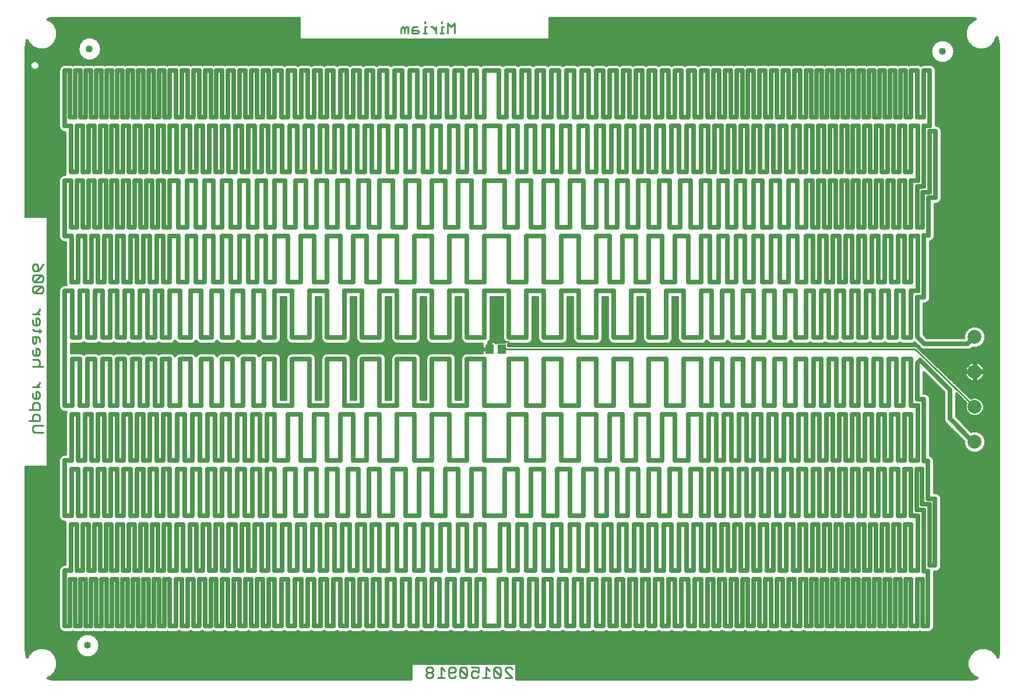
<source format=gbl>
G75*
%MOIN*%
%OFA0B0*%
%FSLAX25Y25*%
%IPPOS*%
%LPD*%
%AMOC8*
5,1,8,0,0,1.08239X$1,22.5*
%
%ADD10C,0.01100*%
%ADD11C,0.04000*%
%ADD12C,0.07874*%
%ADD13R,0.04650X0.05425*%
%ADD14C,0.01600*%
%ADD15C,0.01000*%
%ADD16C,0.02500*%
D10*
X0045855Y0181013D02*
X0044870Y0181997D01*
X0044870Y0183966D01*
X0045855Y0184950D01*
X0050776Y0184950D01*
X0048807Y0187458D02*
X0042902Y0187458D01*
X0044870Y0187458D02*
X0044870Y0190411D01*
X0045855Y0191395D01*
X0047823Y0191395D01*
X0048807Y0190411D01*
X0048807Y0187458D01*
X0048807Y0193904D02*
X0042902Y0193904D01*
X0044870Y0193904D02*
X0044870Y0196857D01*
X0045855Y0197841D01*
X0047823Y0197841D01*
X0048807Y0196857D01*
X0048807Y0193904D01*
X0047823Y0200349D02*
X0048807Y0201334D01*
X0048807Y0203302D01*
X0047823Y0204286D01*
X0046839Y0204286D01*
X0046839Y0200349D01*
X0045855Y0200349D02*
X0047823Y0200349D01*
X0045855Y0200349D02*
X0044870Y0201334D01*
X0044870Y0203302D01*
X0044870Y0206795D02*
X0048807Y0206795D01*
X0046839Y0206795D02*
X0048807Y0208763D01*
X0048807Y0209748D01*
X0047823Y0218612D02*
X0048807Y0219596D01*
X0048807Y0221564D01*
X0047823Y0222548D01*
X0044870Y0222548D01*
X0045855Y0225057D02*
X0044870Y0226041D01*
X0044870Y0228010D01*
X0046839Y0228994D02*
X0046839Y0225057D01*
X0047823Y0225057D02*
X0048807Y0226041D01*
X0048807Y0228010D01*
X0047823Y0228994D01*
X0046839Y0228994D01*
X0045855Y0231503D02*
X0044870Y0232487D01*
X0044870Y0235439D01*
X0047823Y0235439D01*
X0048807Y0234455D01*
X0048807Y0232487D01*
X0046839Y0232487D02*
X0046839Y0235439D01*
X0046839Y0232487D02*
X0045855Y0231503D01*
X0045855Y0225057D02*
X0047823Y0225057D01*
X0050776Y0218612D02*
X0044870Y0218612D01*
X0048807Y0237948D02*
X0048807Y0239917D01*
X0049791Y0238932D02*
X0045855Y0238932D01*
X0044870Y0239917D01*
X0045855Y0242245D02*
X0044870Y0243229D01*
X0044870Y0245198D01*
X0046839Y0246182D02*
X0046839Y0242245D01*
X0047823Y0242245D02*
X0048807Y0243229D01*
X0048807Y0245198D01*
X0047823Y0246182D01*
X0046839Y0246182D01*
X0046839Y0248691D02*
X0048807Y0250659D01*
X0048807Y0251643D01*
X0048807Y0248691D02*
X0044870Y0248691D01*
X0045855Y0242245D02*
X0047823Y0242245D01*
X0045855Y0260507D02*
X0044870Y0261492D01*
X0044870Y0263460D01*
X0045855Y0264444D01*
X0049791Y0264444D01*
X0045855Y0260507D01*
X0049791Y0260507D01*
X0050776Y0261492D01*
X0050776Y0263460D01*
X0049791Y0264444D01*
X0049791Y0266953D02*
X0050776Y0267937D01*
X0050776Y0269905D01*
X0049791Y0270890D01*
X0045855Y0266953D01*
X0044870Y0267937D01*
X0044870Y0269905D01*
X0045855Y0270890D01*
X0049791Y0270890D01*
X0047823Y0273398D02*
X0047823Y0276351D01*
X0046839Y0277335D01*
X0045855Y0277335D01*
X0044870Y0276351D01*
X0044870Y0274383D01*
X0045855Y0273398D01*
X0047823Y0273398D01*
X0049791Y0275367D01*
X0050776Y0277335D01*
X0049791Y0266953D02*
X0045855Y0266953D01*
X0045855Y0181013D02*
X0050776Y0181013D01*
X0269915Y0045523D02*
X0269915Y0044539D01*
X0270899Y0043554D01*
X0272868Y0043554D01*
X0273852Y0044539D01*
X0273852Y0045523D01*
X0272868Y0046507D01*
X0270899Y0046507D01*
X0269915Y0045523D01*
X0270899Y0043554D02*
X0269915Y0042570D01*
X0269915Y0041586D01*
X0270899Y0040602D01*
X0272868Y0040602D01*
X0273852Y0041586D01*
X0273852Y0042570D01*
X0272868Y0043554D01*
X0276361Y0040602D02*
X0280297Y0040602D01*
X0278329Y0040602D02*
X0278329Y0046507D01*
X0280297Y0044539D01*
X0282806Y0045523D02*
X0282806Y0041586D01*
X0283790Y0040602D01*
X0285759Y0040602D01*
X0286743Y0041586D01*
X0285759Y0043554D02*
X0282806Y0043554D01*
X0282806Y0045523D02*
X0283790Y0046507D01*
X0285759Y0046507D01*
X0286743Y0045523D01*
X0286743Y0044539D01*
X0285759Y0043554D01*
X0289252Y0041586D02*
X0290236Y0040602D01*
X0292204Y0040602D01*
X0293188Y0041586D01*
X0289252Y0045523D01*
X0289252Y0041586D01*
X0293188Y0041586D02*
X0293188Y0045523D01*
X0292204Y0046507D01*
X0290236Y0046507D01*
X0289252Y0045523D01*
X0295697Y0046507D02*
X0299634Y0046507D01*
X0299634Y0043554D01*
X0297666Y0044539D01*
X0296681Y0044539D01*
X0295697Y0043554D01*
X0295697Y0041586D01*
X0296681Y0040602D01*
X0298650Y0040602D01*
X0299634Y0041586D01*
X0302143Y0040602D02*
X0306079Y0040602D01*
X0304111Y0040602D02*
X0304111Y0046507D01*
X0306079Y0044539D01*
X0308588Y0045523D02*
X0312525Y0041586D01*
X0311541Y0040602D01*
X0309572Y0040602D01*
X0308588Y0041586D01*
X0308588Y0045523D01*
X0309572Y0046507D01*
X0311541Y0046507D01*
X0312525Y0045523D01*
X0312525Y0041586D01*
X0315034Y0040602D02*
X0318970Y0040602D01*
X0315034Y0044539D01*
X0315034Y0045523D01*
X0316018Y0046507D01*
X0317986Y0046507D01*
X0318970Y0045523D01*
X0286160Y0409100D02*
X0286160Y0415005D01*
X0284192Y0413036D01*
X0282224Y0415005D01*
X0282224Y0409100D01*
X0279715Y0409100D02*
X0277747Y0409100D01*
X0278731Y0409100D02*
X0278731Y0413036D01*
X0279715Y0413036D01*
X0278731Y0415005D02*
X0278731Y0415989D01*
X0275418Y0413036D02*
X0275418Y0409100D01*
X0275418Y0411068D02*
X0273450Y0413036D01*
X0272465Y0413036D01*
X0270047Y0413036D02*
X0269063Y0413036D01*
X0269063Y0409100D01*
X0270047Y0409100D02*
X0268078Y0409100D01*
X0265750Y0410084D02*
X0264766Y0411068D01*
X0261813Y0411068D01*
X0261813Y0412052D02*
X0261813Y0409100D01*
X0264766Y0409100D01*
X0265750Y0410084D01*
X0264766Y0413036D02*
X0262797Y0413036D01*
X0261813Y0412052D01*
X0259304Y0413036D02*
X0258320Y0413036D01*
X0257336Y0412052D01*
X0256352Y0413036D01*
X0255368Y0412052D01*
X0255368Y0409100D01*
X0257336Y0409100D02*
X0257336Y0412052D01*
X0259304Y0413036D02*
X0259304Y0409100D01*
X0269063Y0415005D02*
X0269063Y0415989D01*
D11*
X0077233Y0400398D03*
X0565146Y0398902D03*
X0076091Y0059178D03*
D12*
X0583513Y0175670D03*
X0583513Y0195670D03*
X0583513Y0215670D03*
X0583513Y0235670D03*
D13*
X0313042Y0228469D03*
X0305955Y0228469D03*
D14*
X0054986Y0041149D02*
X0053489Y0040529D01*
X0055819Y0039997D01*
X0057705Y0039891D01*
X0261220Y0039891D01*
X0261220Y0048383D01*
X0261689Y0048852D01*
X0320852Y0048852D01*
X0321320Y0048383D01*
X0321320Y0039891D01*
X0580383Y0039891D01*
X0582269Y0039997D01*
X0584650Y0040541D01*
X0583181Y0041149D01*
X0580621Y0043709D01*
X0579236Y0047053D01*
X0579236Y0050673D01*
X0580621Y0054017D01*
X0583181Y0056577D01*
X0586525Y0057962D01*
X0590145Y0057962D01*
X0593490Y0056577D01*
X0596049Y0054017D01*
X0596619Y0052643D01*
X0597122Y0054851D01*
X0597228Y0056737D01*
X0597228Y0401146D01*
X0597122Y0403033D01*
X0596283Y0406710D01*
X0596156Y0406974D01*
X0594868Y0403866D01*
X0592309Y0401307D01*
X0588964Y0399921D01*
X0585344Y0399921D01*
X0582000Y0401307D01*
X0579440Y0403866D01*
X0578055Y0407211D01*
X0578055Y0410830D01*
X0579440Y0414175D01*
X0582000Y0416734D01*
X0583888Y0417517D01*
X0582269Y0417886D01*
X0580383Y0417992D01*
X0340435Y0417992D01*
X0340435Y0406118D01*
X0339966Y0405650D01*
X0197603Y0405650D01*
X0197135Y0406118D01*
X0197135Y0417992D01*
X0057705Y0417992D01*
X0055819Y0417886D01*
X0053489Y0417354D01*
X0054986Y0416734D01*
X0057545Y0414175D01*
X0058931Y0410830D01*
X0058931Y0407211D01*
X0057545Y0403866D01*
X0054986Y0401307D01*
X0051641Y0399921D01*
X0048022Y0399921D01*
X0044677Y0401307D01*
X0042118Y0403866D01*
X0041498Y0405363D01*
X0040966Y0403033D01*
X0040860Y0401147D01*
X0040860Y0304552D01*
X0052952Y0304552D01*
X0053420Y0304083D01*
X0053420Y0161721D01*
X0052952Y0161252D01*
X0040860Y0161252D01*
X0040860Y0056737D01*
X0040966Y0054851D01*
X0041498Y0052521D01*
X0042118Y0054017D01*
X0044677Y0056577D01*
X0048022Y0057962D01*
X0051641Y0057962D01*
X0054986Y0056577D01*
X0057545Y0054017D01*
X0058931Y0050673D01*
X0058931Y0047053D01*
X0057545Y0043709D01*
X0054986Y0041149D01*
X0054716Y0040249D02*
X0261220Y0040249D01*
X0261220Y0041848D02*
X0055684Y0041848D01*
X0057283Y0043446D02*
X0261220Y0043446D01*
X0261220Y0045045D02*
X0058099Y0045045D01*
X0058761Y0046643D02*
X0261220Y0046643D01*
X0261220Y0048242D02*
X0058931Y0048242D01*
X0058931Y0049840D02*
X0579236Y0049840D01*
X0579236Y0048242D02*
X0321320Y0048242D01*
X0321320Y0046643D02*
X0579406Y0046643D01*
X0580068Y0045045D02*
X0321320Y0045045D01*
X0321320Y0043446D02*
X0580884Y0043446D01*
X0582483Y0041848D02*
X0321320Y0041848D01*
X0321320Y0040249D02*
X0583372Y0040249D01*
X0579553Y0051439D02*
X0058614Y0051439D01*
X0057951Y0053037D02*
X0073214Y0053037D01*
X0074544Y0052397D02*
X0077639Y0052397D01*
X0080428Y0053740D01*
X0082358Y0056160D01*
X0082358Y0056160D01*
X0083047Y0059178D01*
X0082358Y0062196D01*
X0080428Y0064616D01*
X0077639Y0065959D01*
X0074544Y0065959D01*
X0071755Y0064616D01*
X0071755Y0064616D01*
X0069825Y0062196D01*
X0069136Y0059178D01*
X0069825Y0056160D01*
X0071755Y0053740D01*
X0074544Y0052397D01*
X0071755Y0053740D02*
X0071755Y0053740D01*
X0071040Y0054636D02*
X0056927Y0054636D01*
X0055329Y0056234D02*
X0069808Y0056234D01*
X0069825Y0056160D02*
X0069825Y0056160D01*
X0069443Y0057833D02*
X0051954Y0057833D01*
X0047709Y0057833D02*
X0040860Y0057833D01*
X0040860Y0059431D02*
X0069194Y0059431D01*
X0069136Y0059178D02*
X0069136Y0059178D01*
X0069558Y0061030D02*
X0040860Y0061030D01*
X0040860Y0062628D02*
X0070169Y0062628D01*
X0069825Y0062196D02*
X0069825Y0062196D01*
X0071444Y0064227D02*
X0040860Y0064227D01*
X0040860Y0065825D02*
X0074266Y0065825D01*
X0074494Y0066754D02*
X0078947Y0066754D01*
X0079720Y0067075D01*
X0080494Y0066754D01*
X0084947Y0066754D01*
X0085720Y0067075D01*
X0086494Y0066754D01*
X0090947Y0066754D01*
X0091720Y0067075D01*
X0092494Y0066754D01*
X0096947Y0066754D01*
X0097720Y0067075D01*
X0098494Y0066754D01*
X0102947Y0066754D01*
X0103720Y0067075D01*
X0104494Y0066754D01*
X0108947Y0066754D01*
X0109720Y0067075D01*
X0110494Y0066754D01*
X0114947Y0066754D01*
X0115720Y0067075D01*
X0116494Y0066754D01*
X0120947Y0066754D01*
X0121720Y0067075D01*
X0122494Y0066754D01*
X0127347Y0066754D01*
X0128320Y0067157D01*
X0129294Y0066754D01*
X0134147Y0066754D01*
X0135070Y0067137D01*
X0135994Y0066754D01*
X0140747Y0066754D01*
X0141670Y0067137D01*
X0142594Y0066754D01*
X0147347Y0066754D01*
X0148270Y0067137D01*
X0149194Y0066754D01*
X0153947Y0066754D01*
X0154870Y0067137D01*
X0155794Y0066754D01*
X0160547Y0066754D01*
X0161470Y0067137D01*
X0162394Y0066754D01*
X0167147Y0066754D01*
X0168070Y0067137D01*
X0168994Y0066754D01*
X0173747Y0066754D01*
X0174720Y0067157D01*
X0175694Y0066754D01*
X0180547Y0066754D01*
X0181520Y0067157D01*
X0182494Y0066754D01*
X0187747Y0066754D01*
X0188920Y0067240D01*
X0190094Y0066754D01*
X0195347Y0066754D01*
X0196520Y0067240D01*
X0197694Y0066754D01*
X0202847Y0066754D01*
X0203970Y0067220D01*
X0205094Y0066754D01*
X0210247Y0066754D01*
X0211370Y0067220D01*
X0212494Y0066754D01*
X0217647Y0066754D01*
X0218770Y0067220D01*
X0219894Y0066754D01*
X0225047Y0066754D01*
X0226170Y0067220D01*
X0227294Y0066754D01*
X0232547Y0066754D01*
X0233720Y0067240D01*
X0234894Y0066754D01*
X0240147Y0066754D01*
X0241320Y0067240D01*
X0242494Y0066754D01*
X0248247Y0066754D01*
X0249588Y0067310D01*
X0249670Y0067392D01*
X0249753Y0067310D01*
X0251094Y0066754D01*
X0256847Y0066754D01*
X0258188Y0067310D01*
X0258270Y0067392D01*
X0258353Y0067310D01*
X0259694Y0066754D01*
X0265447Y0066754D01*
X0266788Y0067310D01*
X0266870Y0067392D01*
X0266953Y0067310D01*
X0268294Y0066754D01*
X0273947Y0066754D01*
X0275288Y0067310D01*
X0275320Y0067342D01*
X0275353Y0067310D01*
X0276694Y0066754D01*
X0282447Y0066754D01*
X0283788Y0067310D01*
X0283870Y0067392D01*
X0283953Y0067310D01*
X0285294Y0066754D01*
X0291047Y0066754D01*
X0292388Y0067310D01*
X0292470Y0067392D01*
X0292553Y0067310D01*
X0293894Y0066754D01*
X0299647Y0066754D01*
X0300988Y0067310D01*
X0301070Y0067392D01*
X0301153Y0067310D01*
X0302494Y0066754D01*
X0312247Y0066754D01*
X0313588Y0067310D01*
X0313670Y0067392D01*
X0313753Y0067310D01*
X0315094Y0066754D01*
X0320847Y0066754D01*
X0322188Y0067310D01*
X0322270Y0067392D01*
X0322353Y0067310D01*
X0323694Y0066754D01*
X0329447Y0066754D01*
X0330788Y0067310D01*
X0330870Y0067392D01*
X0330953Y0067310D01*
X0332294Y0066754D01*
X0337947Y0066754D01*
X0339288Y0067310D01*
X0339320Y0067342D01*
X0339353Y0067310D01*
X0340694Y0066754D01*
X0346447Y0066754D01*
X0347788Y0067310D01*
X0347870Y0067392D01*
X0347953Y0067310D01*
X0349294Y0066754D01*
X0355047Y0066754D01*
X0356388Y0067310D01*
X0356470Y0067392D01*
X0356553Y0067310D01*
X0357894Y0066754D01*
X0363647Y0066754D01*
X0364988Y0067310D01*
X0365070Y0067392D01*
X0365153Y0067310D01*
X0366494Y0066754D01*
X0371747Y0066754D01*
X0372920Y0067240D01*
X0374094Y0066754D01*
X0379347Y0066754D01*
X0380520Y0067240D01*
X0381694Y0066754D01*
X0386847Y0066754D01*
X0387970Y0067220D01*
X0389094Y0066754D01*
X0394247Y0066754D01*
X0395370Y0067220D01*
X0396494Y0066754D01*
X0401647Y0066754D01*
X0402770Y0067220D01*
X0403894Y0066754D01*
X0409047Y0066754D01*
X0410170Y0067220D01*
X0411294Y0066754D01*
X0416547Y0066754D01*
X0417720Y0067240D01*
X0418894Y0066754D01*
X0424147Y0066754D01*
X0425320Y0067240D01*
X0426494Y0066754D01*
X0431347Y0066754D01*
X0432320Y0067157D01*
X0433294Y0066754D01*
X0438147Y0066754D01*
X0439070Y0067137D01*
X0439994Y0066754D01*
X0444747Y0066754D01*
X0445670Y0067137D01*
X0446594Y0066754D01*
X0451347Y0066754D01*
X0452270Y0067137D01*
X0453194Y0066754D01*
X0457947Y0066754D01*
X0458870Y0067137D01*
X0459794Y0066754D01*
X0464547Y0066754D01*
X0465470Y0067137D01*
X0466394Y0066754D01*
X0471147Y0066754D01*
X0472070Y0067137D01*
X0472994Y0066754D01*
X0477747Y0066754D01*
X0478720Y0067157D01*
X0479694Y0066754D01*
X0484547Y0066754D01*
X0485520Y0067157D01*
X0486494Y0066754D01*
X0490947Y0066754D01*
X0491720Y0067075D01*
X0492494Y0066754D01*
X0496947Y0066754D01*
X0497720Y0067075D01*
X0498494Y0066754D01*
X0502947Y0066754D01*
X0503720Y0067075D01*
X0504494Y0066754D01*
X0508947Y0066754D01*
X0509720Y0067075D01*
X0510494Y0066754D01*
X0514947Y0066754D01*
X0515720Y0067075D01*
X0516494Y0066754D01*
X0520947Y0066754D01*
X0521720Y0067075D01*
X0522494Y0066754D01*
X0526947Y0066754D01*
X0527720Y0067075D01*
X0528494Y0066754D01*
X0532947Y0066754D01*
X0533720Y0067075D01*
X0534494Y0066754D01*
X0538947Y0066754D01*
X0539720Y0067075D01*
X0540494Y0066754D01*
X0544947Y0066754D01*
X0545658Y0067049D01*
X0546494Y0066702D01*
X0551447Y0066702D01*
X0552270Y0067043D01*
X0553094Y0066702D01*
X0557547Y0066702D01*
X0558888Y0067258D01*
X0559915Y0068284D01*
X0560470Y0069626D01*
X0560470Y0101302D01*
X0561647Y0101302D01*
X0562988Y0101858D01*
X0564015Y0102884D01*
X0564570Y0104226D01*
X0564570Y0143678D01*
X0564015Y0145020D01*
X0562988Y0146046D01*
X0561647Y0146602D01*
X0560370Y0146602D01*
X0560370Y0165378D01*
X0559815Y0166720D01*
X0558788Y0167746D01*
X0558170Y0168002D01*
X0558170Y0200578D01*
X0557615Y0201920D01*
X0556588Y0202946D01*
X0555247Y0203502D01*
X0554370Y0203502D01*
X0554370Y0215140D01*
X0565670Y0203840D01*
X0565670Y0188126D01*
X0566226Y0186784D01*
X0567253Y0185758D01*
X0577176Y0175835D01*
X0577176Y0174409D01*
X0578140Y0172080D01*
X0579923Y0170297D01*
X0582252Y0169333D01*
X0584773Y0169333D01*
X0587102Y0170297D01*
X0588885Y0172080D01*
X0589850Y0174409D01*
X0589850Y0176930D01*
X0588885Y0179259D01*
X0587102Y0181042D01*
X0584773Y0182007D01*
X0582252Y0182007D01*
X0581598Y0181736D01*
X0572970Y0190364D01*
X0572970Y0203115D01*
X0578492Y0197756D01*
X0578076Y0196751D01*
X0578076Y0194588D01*
X0578903Y0192590D01*
X0580433Y0191060D01*
X0582431Y0190233D01*
X0584594Y0190233D01*
X0586592Y0191060D01*
X0588122Y0192590D01*
X0588950Y0194588D01*
X0588950Y0196751D01*
X0588122Y0198749D01*
X0586592Y0200279D01*
X0584594Y0201107D01*
X0582431Y0201107D01*
X0581276Y0200628D01*
X0550917Y0230094D01*
X0550341Y0230669D01*
X0550324Y0230669D01*
X0550312Y0230681D01*
X0549498Y0230668D01*
X0316867Y0230472D01*
X0316998Y0230472D01*
X0316867Y0230472D02*
X0316867Y0231754D01*
X0327947Y0231754D01*
X0329288Y0232310D01*
X0330315Y0233336D01*
X0330870Y0234678D01*
X0330870Y0258254D01*
X0333570Y0258254D01*
X0333570Y0234678D01*
X0334126Y0233336D01*
X0335153Y0232310D01*
X0336494Y0231754D01*
X0347947Y0231754D01*
X0349288Y0232310D01*
X0350315Y0233336D01*
X0350870Y0234678D01*
X0350870Y0258254D01*
X0353570Y0258254D01*
X0353570Y0234678D01*
X0354126Y0233336D01*
X0355153Y0232310D01*
X0356494Y0231754D01*
X0367947Y0231754D01*
X0369288Y0232310D01*
X0370315Y0233336D01*
X0370870Y0234678D01*
X0370870Y0258254D01*
X0373570Y0258254D01*
X0373570Y0234678D01*
X0374126Y0233336D01*
X0375153Y0232310D01*
X0376494Y0231754D01*
X0387947Y0231754D01*
X0389288Y0232310D01*
X0390315Y0233336D01*
X0390870Y0234678D01*
X0390870Y0258254D01*
X0393570Y0258254D01*
X0393570Y0234678D01*
X0394126Y0233336D01*
X0395153Y0232310D01*
X0396494Y0231754D01*
X0407947Y0231754D01*
X0409288Y0232310D01*
X0410315Y0233336D01*
X0410870Y0234678D01*
X0410870Y0258254D01*
X0413570Y0258254D01*
X0413570Y0234678D01*
X0414126Y0233336D01*
X0415153Y0232310D01*
X0416494Y0231754D01*
X0427947Y0231754D01*
X0429288Y0232310D01*
X0430220Y0233242D01*
X0431153Y0232310D01*
X0432494Y0231754D01*
X0439947Y0231754D01*
X0441288Y0232310D01*
X0442220Y0233242D01*
X0443153Y0232310D01*
X0444494Y0231754D01*
X0451947Y0231754D01*
X0453288Y0232310D01*
X0454220Y0233242D01*
X0455153Y0232310D01*
X0456494Y0231754D01*
X0463947Y0231754D01*
X0465288Y0232310D01*
X0466220Y0233242D01*
X0467153Y0232310D01*
X0468494Y0231754D01*
X0475947Y0231754D01*
X0477288Y0232310D01*
X0478220Y0233242D01*
X0479153Y0232310D01*
X0480494Y0231754D01*
X0487947Y0231754D01*
X0489288Y0232310D01*
X0489370Y0232392D01*
X0489453Y0232310D01*
X0490794Y0231754D01*
X0496547Y0231754D01*
X0497888Y0232310D01*
X0497970Y0232392D01*
X0498053Y0232310D01*
X0499394Y0231754D01*
X0505147Y0231754D01*
X0506488Y0232310D01*
X0506570Y0232392D01*
X0506653Y0232310D01*
X0507994Y0231754D01*
X0513747Y0231754D01*
X0515088Y0232310D01*
X0515120Y0232342D01*
X0515153Y0232310D01*
X0516494Y0231754D01*
X0522147Y0231754D01*
X0523488Y0232310D01*
X0523570Y0232392D01*
X0523653Y0232310D01*
X0524994Y0231754D01*
X0530747Y0231754D01*
X0532088Y0232310D01*
X0532170Y0232392D01*
X0532253Y0232310D01*
X0533594Y0231754D01*
X0539347Y0231754D01*
X0540688Y0232310D01*
X0540770Y0232392D01*
X0540853Y0232310D01*
X0542194Y0231754D01*
X0547947Y0231754D01*
X0549085Y0232226D01*
X0551626Y0229684D01*
X0552653Y0228658D01*
X0553994Y0228102D01*
X0580321Y0228102D01*
X0581662Y0228658D01*
X0582337Y0229333D01*
X0584773Y0229333D01*
X0587102Y0230297D01*
X0588885Y0232080D01*
X0589850Y0234409D01*
X0589850Y0236930D01*
X0588885Y0239259D01*
X0587102Y0241042D01*
X0584773Y0242007D01*
X0582252Y0242007D01*
X0579923Y0241042D01*
X0578140Y0239259D01*
X0577176Y0236930D01*
X0577176Y0235402D01*
X0556232Y0235402D01*
X0554470Y0237164D01*
X0554470Y0254702D01*
X0555247Y0254702D01*
X0556588Y0255258D01*
X0557615Y0256284D01*
X0558170Y0257626D01*
X0558170Y0290078D01*
X0559088Y0290458D01*
X0560115Y0291484D01*
X0560670Y0292826D01*
X0560670Y0311602D01*
X0561747Y0311602D01*
X0563088Y0312158D01*
X0564115Y0313184D01*
X0564670Y0314526D01*
X0564670Y0353878D01*
X0564115Y0355220D01*
X0563088Y0356246D01*
X0561747Y0356802D01*
X0561370Y0356802D01*
X0561370Y0388578D01*
X0560815Y0389920D01*
X0559788Y0390946D01*
X0558447Y0391502D01*
X0553694Y0391502D01*
X0552670Y0391078D01*
X0551647Y0391502D01*
X0546494Y0391502D01*
X0545783Y0391207D01*
X0544947Y0391554D01*
X0540494Y0391554D01*
X0539720Y0391233D01*
X0538947Y0391554D01*
X0534494Y0391554D01*
X0533720Y0391233D01*
X0532947Y0391554D01*
X0528494Y0391554D01*
X0527720Y0391233D01*
X0526947Y0391554D01*
X0522494Y0391554D01*
X0521720Y0391233D01*
X0520947Y0391554D01*
X0516494Y0391554D01*
X0515720Y0391233D01*
X0514947Y0391554D01*
X0510494Y0391554D01*
X0509720Y0391233D01*
X0508947Y0391554D01*
X0504494Y0391554D01*
X0503720Y0391233D01*
X0502947Y0391554D01*
X0498494Y0391554D01*
X0497720Y0391233D01*
X0496947Y0391554D01*
X0492494Y0391554D01*
X0491720Y0391233D01*
X0490947Y0391554D01*
X0486494Y0391554D01*
X0485520Y0391150D01*
X0484547Y0391554D01*
X0479694Y0391554D01*
X0478720Y0391150D01*
X0477747Y0391554D01*
X0472994Y0391554D01*
X0472070Y0391171D01*
X0471147Y0391554D01*
X0466394Y0391554D01*
X0465470Y0391171D01*
X0464547Y0391554D01*
X0459794Y0391554D01*
X0458870Y0391171D01*
X0457947Y0391554D01*
X0453194Y0391554D01*
X0452270Y0391171D01*
X0451347Y0391554D01*
X0446594Y0391554D01*
X0445670Y0391171D01*
X0444747Y0391554D01*
X0439994Y0391554D01*
X0439070Y0391171D01*
X0438147Y0391554D01*
X0433294Y0391554D01*
X0432320Y0391150D01*
X0431347Y0391554D01*
X0426494Y0391554D01*
X0425320Y0391068D01*
X0424147Y0391554D01*
X0418894Y0391554D01*
X0417720Y0391068D01*
X0416547Y0391554D01*
X0411294Y0391554D01*
X0410170Y0391088D01*
X0409047Y0391554D01*
X0403894Y0391554D01*
X0402770Y0391088D01*
X0401647Y0391554D01*
X0396494Y0391554D01*
X0395370Y0391088D01*
X0394247Y0391554D01*
X0389094Y0391554D01*
X0387970Y0391088D01*
X0386847Y0391554D01*
X0381694Y0391554D01*
X0380520Y0391068D01*
X0379347Y0391554D01*
X0374094Y0391554D01*
X0372920Y0391068D01*
X0371747Y0391554D01*
X0366494Y0391554D01*
X0365153Y0390998D01*
X0365070Y0390916D01*
X0364988Y0390998D01*
X0363647Y0391554D01*
X0357894Y0391554D01*
X0356553Y0390998D01*
X0356470Y0390916D01*
X0356388Y0390998D01*
X0355047Y0391554D01*
X0349294Y0391554D01*
X0347953Y0390998D01*
X0347870Y0390916D01*
X0347788Y0390998D01*
X0346447Y0391554D01*
X0340694Y0391554D01*
X0339353Y0390998D01*
X0339320Y0390966D01*
X0339288Y0390998D01*
X0337947Y0391554D01*
X0332294Y0391554D01*
X0330953Y0390998D01*
X0330870Y0390916D01*
X0330788Y0390998D01*
X0329447Y0391554D01*
X0323694Y0391554D01*
X0322353Y0390998D01*
X0322270Y0390916D01*
X0322188Y0390998D01*
X0320847Y0391554D01*
X0315094Y0391554D01*
X0313753Y0390998D01*
X0313670Y0390916D01*
X0313588Y0390998D01*
X0312247Y0391554D01*
X0302494Y0391554D01*
X0301153Y0390998D01*
X0301070Y0390916D01*
X0300988Y0390998D01*
X0299647Y0391554D01*
X0293894Y0391554D01*
X0292553Y0390998D01*
X0292470Y0390916D01*
X0292388Y0390998D01*
X0291047Y0391554D01*
X0285294Y0391554D01*
X0283953Y0390998D01*
X0283870Y0390916D01*
X0283788Y0390998D01*
X0282447Y0391554D01*
X0276694Y0391554D01*
X0275353Y0390998D01*
X0275320Y0390966D01*
X0275288Y0390998D01*
X0273947Y0391554D01*
X0268294Y0391554D01*
X0266953Y0390998D01*
X0266870Y0390916D01*
X0266788Y0390998D01*
X0265447Y0391554D01*
X0259694Y0391554D01*
X0258353Y0390998D01*
X0258270Y0390916D01*
X0258188Y0390998D01*
X0256847Y0391554D01*
X0251094Y0391554D01*
X0249753Y0390998D01*
X0249670Y0390916D01*
X0249588Y0390998D01*
X0248247Y0391554D01*
X0242494Y0391554D01*
X0241320Y0391068D01*
X0240147Y0391554D01*
X0234894Y0391554D01*
X0233720Y0391068D01*
X0232547Y0391554D01*
X0227294Y0391554D01*
X0226170Y0391088D01*
X0225047Y0391554D01*
X0219894Y0391554D01*
X0218770Y0391088D01*
X0217647Y0391554D01*
X0212494Y0391554D01*
X0211370Y0391088D01*
X0210247Y0391554D01*
X0205094Y0391554D01*
X0203970Y0391088D01*
X0202847Y0391554D01*
X0197694Y0391554D01*
X0196520Y0391068D01*
X0195347Y0391554D01*
X0190094Y0391554D01*
X0188920Y0391068D01*
X0187747Y0391554D01*
X0182494Y0391554D01*
X0181520Y0391150D01*
X0180547Y0391554D01*
X0175694Y0391554D01*
X0174720Y0391150D01*
X0173747Y0391554D01*
X0168994Y0391554D01*
X0168070Y0391171D01*
X0167147Y0391554D01*
X0162394Y0391554D01*
X0161470Y0391171D01*
X0160547Y0391554D01*
X0155794Y0391554D01*
X0154870Y0391171D01*
X0153947Y0391554D01*
X0149194Y0391554D01*
X0148270Y0391171D01*
X0147347Y0391554D01*
X0142594Y0391554D01*
X0141670Y0391171D01*
X0140747Y0391554D01*
X0135994Y0391554D01*
X0135070Y0391171D01*
X0134147Y0391554D01*
X0129294Y0391554D01*
X0128320Y0391150D01*
X0127347Y0391554D01*
X0122494Y0391554D01*
X0121720Y0391233D01*
X0120947Y0391554D01*
X0116494Y0391554D01*
X0115720Y0391233D01*
X0114947Y0391554D01*
X0110494Y0391554D01*
X0109720Y0391233D01*
X0108947Y0391554D01*
X0104494Y0391554D01*
X0103720Y0391233D01*
X0102947Y0391554D01*
X0098494Y0391554D01*
X0097720Y0391233D01*
X0096947Y0391554D01*
X0092494Y0391554D01*
X0091720Y0391233D01*
X0090947Y0391554D01*
X0086494Y0391554D01*
X0085720Y0391233D01*
X0084947Y0391554D01*
X0080494Y0391554D01*
X0079720Y0391233D01*
X0078947Y0391554D01*
X0074494Y0391554D01*
X0073720Y0391233D01*
X0072947Y0391554D01*
X0068494Y0391554D01*
X0067720Y0391233D01*
X0066947Y0391554D01*
X0062494Y0391554D01*
X0061153Y0390998D01*
X0060126Y0389971D01*
X0059570Y0388630D01*
X0059570Y0355678D01*
X0060126Y0354336D01*
X0061153Y0353310D01*
X0062494Y0352754D01*
X0062970Y0352754D01*
X0062970Y0329178D01*
X0063229Y0328554D01*
X0062494Y0328554D01*
X0061153Y0327998D01*
X0060126Y0326971D01*
X0059570Y0325630D01*
X0059570Y0292678D01*
X0060126Y0291336D01*
X0061153Y0290310D01*
X0062494Y0289754D01*
X0063370Y0289754D01*
X0063370Y0266178D01*
X0063629Y0265554D01*
X0062494Y0265554D01*
X0061153Y0264998D01*
X0060126Y0263971D01*
X0059570Y0262630D01*
X0059570Y0195678D01*
X0060126Y0194336D01*
X0061153Y0193310D01*
X0062494Y0192754D01*
X0063629Y0192754D01*
X0063370Y0192130D01*
X0063370Y0168554D01*
X0062494Y0168554D01*
X0061153Y0167998D01*
X0060126Y0166971D01*
X0059570Y0165630D01*
X0059570Y0132678D01*
X0060126Y0131336D01*
X0061153Y0130310D01*
X0062494Y0129754D01*
X0063229Y0129754D01*
X0062970Y0129130D01*
X0062970Y0105554D01*
X0062494Y0105554D01*
X0061153Y0104998D01*
X0060126Y0103971D01*
X0059570Y0102630D01*
X0059570Y0069678D01*
X0060126Y0068336D01*
X0061153Y0067310D01*
X0062494Y0066754D01*
X0066947Y0066754D01*
X0067720Y0067075D01*
X0068494Y0066754D01*
X0072947Y0066754D01*
X0073720Y0067075D01*
X0074494Y0066754D01*
X0071755Y0064616D02*
X0071755Y0064616D01*
X0077917Y0065825D02*
X0597228Y0065825D01*
X0597228Y0064227D02*
X0080739Y0064227D01*
X0080428Y0064616D02*
X0080428Y0064616D01*
X0082013Y0062628D02*
X0597228Y0062628D01*
X0597228Y0061030D02*
X0082624Y0061030D01*
X0082358Y0062196D02*
X0082358Y0062196D01*
X0082989Y0059431D02*
X0597228Y0059431D01*
X0597228Y0057833D02*
X0590458Y0057833D01*
X0593833Y0056234D02*
X0597200Y0056234D01*
X0597073Y0054636D02*
X0595431Y0054636D01*
X0596455Y0053037D02*
X0596708Y0053037D01*
X0586213Y0057833D02*
X0082740Y0057833D01*
X0082375Y0056234D02*
X0582838Y0056234D01*
X0581240Y0054636D02*
X0081142Y0054636D01*
X0080428Y0053740D02*
X0080428Y0053740D01*
X0080428Y0053740D01*
X0078969Y0053037D02*
X0580215Y0053037D01*
X0597228Y0067424D02*
X0559054Y0067424D01*
X0560220Y0069022D02*
X0597228Y0069022D01*
X0597228Y0070621D02*
X0560470Y0070621D01*
X0560470Y0072219D02*
X0597228Y0072219D01*
X0597228Y0073818D02*
X0560470Y0073818D01*
X0560470Y0075416D02*
X0597228Y0075416D01*
X0597228Y0077015D02*
X0560470Y0077015D01*
X0560470Y0078613D02*
X0597228Y0078613D01*
X0597228Y0080212D02*
X0560470Y0080212D01*
X0560470Y0081810D02*
X0597228Y0081810D01*
X0597228Y0083409D02*
X0560470Y0083409D01*
X0560470Y0085007D02*
X0597228Y0085007D01*
X0597228Y0086606D02*
X0560470Y0086606D01*
X0560470Y0088204D02*
X0597228Y0088204D01*
X0597228Y0089803D02*
X0560470Y0089803D01*
X0560470Y0091401D02*
X0597228Y0091401D01*
X0597228Y0093000D02*
X0560470Y0093000D01*
X0560470Y0094598D02*
X0597228Y0094598D01*
X0597228Y0096197D02*
X0560470Y0096197D01*
X0560470Y0097795D02*
X0597228Y0097795D01*
X0597228Y0099394D02*
X0560470Y0099394D01*
X0560470Y0100992D02*
X0597228Y0100992D01*
X0597228Y0102591D02*
X0563721Y0102591D01*
X0564555Y0104189D02*
X0597228Y0104189D01*
X0597228Y0105788D02*
X0564570Y0105788D01*
X0564570Y0107386D02*
X0597228Y0107386D01*
X0597228Y0108985D02*
X0564570Y0108985D01*
X0564570Y0110583D02*
X0597228Y0110583D01*
X0597228Y0112182D02*
X0564570Y0112182D01*
X0564570Y0113781D02*
X0597228Y0113781D01*
X0597228Y0115379D02*
X0564570Y0115379D01*
X0564570Y0116978D02*
X0597228Y0116978D01*
X0597228Y0118576D02*
X0564570Y0118576D01*
X0564570Y0120175D02*
X0597228Y0120175D01*
X0597228Y0121773D02*
X0564570Y0121773D01*
X0564570Y0123372D02*
X0597228Y0123372D01*
X0597228Y0124970D02*
X0564570Y0124970D01*
X0564570Y0126569D02*
X0597228Y0126569D01*
X0597228Y0128167D02*
X0564570Y0128167D01*
X0564570Y0129766D02*
X0597228Y0129766D01*
X0597228Y0131364D02*
X0564570Y0131364D01*
X0564570Y0132963D02*
X0597228Y0132963D01*
X0597228Y0134561D02*
X0564570Y0134561D01*
X0564570Y0136160D02*
X0597228Y0136160D01*
X0597228Y0137758D02*
X0564570Y0137758D01*
X0564570Y0139357D02*
X0597228Y0139357D01*
X0597228Y0140955D02*
X0564570Y0140955D01*
X0564570Y0142554D02*
X0597228Y0142554D01*
X0597228Y0144152D02*
X0564374Y0144152D01*
X0563284Y0145751D02*
X0597228Y0145751D01*
X0597228Y0147349D02*
X0560370Y0147349D01*
X0560370Y0148948D02*
X0597228Y0148948D01*
X0597228Y0150546D02*
X0560370Y0150546D01*
X0560370Y0152145D02*
X0597228Y0152145D01*
X0597228Y0153743D02*
X0560370Y0153743D01*
X0560370Y0155342D02*
X0597228Y0155342D01*
X0597228Y0156940D02*
X0560370Y0156940D01*
X0560370Y0158539D02*
X0597228Y0158539D01*
X0597228Y0160137D02*
X0560370Y0160137D01*
X0560370Y0161736D02*
X0597228Y0161736D01*
X0597228Y0163334D02*
X0560370Y0163334D01*
X0560370Y0164933D02*
X0597228Y0164933D01*
X0597228Y0166531D02*
X0559893Y0166531D01*
X0558170Y0168130D02*
X0597228Y0168130D01*
X0597228Y0169728D02*
X0585728Y0169728D01*
X0588132Y0171327D02*
X0597228Y0171327D01*
X0597228Y0172925D02*
X0589235Y0172925D01*
X0589850Y0174524D02*
X0597228Y0174524D01*
X0597228Y0176122D02*
X0589850Y0176122D01*
X0589522Y0177721D02*
X0597228Y0177721D01*
X0597228Y0179319D02*
X0588825Y0179319D01*
X0587226Y0180918D02*
X0597228Y0180918D01*
X0597228Y0182516D02*
X0580818Y0182516D01*
X0579219Y0184115D02*
X0597228Y0184115D01*
X0597228Y0185714D02*
X0577621Y0185714D01*
X0576022Y0187312D02*
X0597228Y0187312D01*
X0597228Y0188911D02*
X0574424Y0188911D01*
X0572970Y0190509D02*
X0581764Y0190509D01*
X0579386Y0192108D02*
X0572970Y0192108D01*
X0572970Y0193706D02*
X0578441Y0193706D01*
X0578076Y0195305D02*
X0572970Y0195305D01*
X0572970Y0196903D02*
X0578139Y0196903D01*
X0577723Y0198502D02*
X0572970Y0198502D01*
X0572970Y0200100D02*
X0576076Y0200100D01*
X0574429Y0201699D02*
X0572970Y0201699D01*
X0576879Y0204896D02*
X0597228Y0204896D01*
X0597228Y0206494D02*
X0575232Y0206494D01*
X0573585Y0208093D02*
X0597228Y0208093D01*
X0597228Y0209691D02*
X0571938Y0209691D01*
X0570291Y0211290D02*
X0579781Y0211290D01*
X0579775Y0211294D02*
X0580506Y0210763D01*
X0581310Y0210353D01*
X0582169Y0210074D01*
X0583033Y0209937D01*
X0583033Y0215190D01*
X0583992Y0215190D01*
X0583992Y0209937D01*
X0584856Y0210074D01*
X0585715Y0210353D01*
X0586519Y0210763D01*
X0587250Y0211294D01*
X0587889Y0211932D01*
X0588419Y0212663D01*
X0588829Y0213467D01*
X0589108Y0214326D01*
X0589245Y0215190D01*
X0583992Y0215190D01*
X0583992Y0216149D01*
X0589245Y0216149D01*
X0589108Y0217013D01*
X0588829Y0217872D01*
X0588419Y0218677D01*
X0587889Y0219407D01*
X0587250Y0220046D01*
X0586519Y0220576D01*
X0585715Y0220986D01*
X0584856Y0221265D01*
X0583992Y0221402D01*
X0583992Y0216149D01*
X0583033Y0216149D01*
X0583033Y0215190D01*
X0577780Y0215190D01*
X0577917Y0214326D01*
X0578196Y0213467D01*
X0578606Y0212663D01*
X0579137Y0211932D01*
X0579775Y0211294D01*
X0578491Y0212888D02*
X0568644Y0212888D01*
X0566997Y0214487D02*
X0577891Y0214487D01*
X0577780Y0216149D02*
X0583033Y0216149D01*
X0583033Y0221402D01*
X0582169Y0221265D01*
X0581310Y0220986D01*
X0580506Y0220576D01*
X0579775Y0220046D01*
X0579137Y0219407D01*
X0578606Y0218677D01*
X0578196Y0217872D01*
X0577917Y0217013D01*
X0577780Y0216149D01*
X0578135Y0217684D02*
X0563703Y0217684D01*
X0562056Y0219282D02*
X0579046Y0219282D01*
X0581103Y0220881D02*
X0560409Y0220881D01*
X0558762Y0222479D02*
X0597228Y0222479D01*
X0597228Y0220881D02*
X0585922Y0220881D01*
X0583992Y0220881D02*
X0583033Y0220881D01*
X0583033Y0219282D02*
X0583992Y0219282D01*
X0583992Y0217684D02*
X0583033Y0217684D01*
X0583033Y0216085D02*
X0565350Y0216085D01*
X0559819Y0209691D02*
X0554370Y0209691D01*
X0554370Y0208093D02*
X0561418Y0208093D01*
X0563016Y0206494D02*
X0554370Y0206494D01*
X0554370Y0204896D02*
X0564615Y0204896D01*
X0565670Y0203297D02*
X0555741Y0203297D01*
X0557706Y0201699D02*
X0565670Y0201699D01*
X0565670Y0200100D02*
X0558170Y0200100D01*
X0558170Y0198502D02*
X0565670Y0198502D01*
X0565670Y0196903D02*
X0558170Y0196903D01*
X0558170Y0195305D02*
X0565670Y0195305D01*
X0565670Y0193706D02*
X0558170Y0193706D01*
X0558170Y0192108D02*
X0565670Y0192108D01*
X0565670Y0190509D02*
X0558170Y0190509D01*
X0558170Y0188911D02*
X0565670Y0188911D01*
X0566008Y0187312D02*
X0558170Y0187312D01*
X0558170Y0185714D02*
X0567297Y0185714D01*
X0567253Y0185758D02*
X0567253Y0185758D01*
X0568896Y0184115D02*
X0558170Y0184115D01*
X0558170Y0182516D02*
X0570494Y0182516D01*
X0572093Y0180918D02*
X0558170Y0180918D01*
X0558170Y0179319D02*
X0573691Y0179319D01*
X0575290Y0177721D02*
X0558170Y0177721D01*
X0558170Y0176122D02*
X0576888Y0176122D01*
X0577176Y0174524D02*
X0558170Y0174524D01*
X0558170Y0172925D02*
X0577790Y0172925D01*
X0578893Y0171327D02*
X0558170Y0171327D01*
X0558170Y0169728D02*
X0581297Y0169728D01*
X0585261Y0190509D02*
X0597228Y0190509D01*
X0597228Y0192108D02*
X0587640Y0192108D01*
X0588584Y0193706D02*
X0597228Y0193706D01*
X0597228Y0195305D02*
X0588950Y0195305D01*
X0588887Y0196903D02*
X0597228Y0196903D01*
X0597228Y0198502D02*
X0588225Y0198502D01*
X0586771Y0200100D02*
X0597228Y0200100D01*
X0597228Y0201699D02*
X0580173Y0201699D01*
X0578526Y0203297D02*
X0597228Y0203297D01*
X0597228Y0211290D02*
X0587244Y0211290D01*
X0588534Y0212888D02*
X0597228Y0212888D01*
X0597228Y0214487D02*
X0589134Y0214487D01*
X0588890Y0217684D02*
X0597228Y0217684D01*
X0597228Y0219282D02*
X0587979Y0219282D01*
X0583992Y0216085D02*
X0597228Y0216085D01*
X0597228Y0224078D02*
X0557115Y0224078D01*
X0555468Y0225676D02*
X0597228Y0225676D01*
X0597228Y0227275D02*
X0553821Y0227275D01*
X0552437Y0228873D02*
X0552174Y0228873D01*
X0550839Y0230472D02*
X0550538Y0230472D01*
X0549240Y0232070D02*
X0548710Y0232070D01*
X0541431Y0232070D02*
X0540110Y0232070D01*
X0532831Y0232070D02*
X0531510Y0232070D01*
X0524231Y0232070D02*
X0522910Y0232070D01*
X0515731Y0232070D02*
X0514510Y0232070D01*
X0507231Y0232070D02*
X0505910Y0232070D01*
X0498631Y0232070D02*
X0497310Y0232070D01*
X0490031Y0232070D02*
X0488710Y0232070D01*
X0479731Y0232070D02*
X0476710Y0232070D01*
X0467731Y0232070D02*
X0464710Y0232070D01*
X0455731Y0232070D02*
X0452710Y0232070D01*
X0443731Y0232070D02*
X0440710Y0232070D01*
X0431731Y0232070D02*
X0428710Y0232070D01*
X0415731Y0232070D02*
X0408710Y0232070D01*
X0410453Y0233669D02*
X0413988Y0233669D01*
X0413570Y0235267D02*
X0410870Y0235267D01*
X0410870Y0236866D02*
X0413570Y0236866D01*
X0413570Y0238464D02*
X0410870Y0238464D01*
X0410870Y0240063D02*
X0413570Y0240063D01*
X0413570Y0241661D02*
X0410870Y0241661D01*
X0410870Y0243260D02*
X0413570Y0243260D01*
X0413570Y0244858D02*
X0410870Y0244858D01*
X0410870Y0246457D02*
X0413570Y0246457D01*
X0413570Y0248055D02*
X0410870Y0248055D01*
X0410870Y0249654D02*
X0413570Y0249654D01*
X0413570Y0251252D02*
X0410870Y0251252D01*
X0410870Y0252851D02*
X0413570Y0252851D01*
X0413570Y0254450D02*
X0410870Y0254450D01*
X0410870Y0256048D02*
X0413570Y0256048D01*
X0413570Y0257647D02*
X0410870Y0257647D01*
X0393570Y0257647D02*
X0390870Y0257647D01*
X0390870Y0256048D02*
X0393570Y0256048D01*
X0393570Y0254450D02*
X0390870Y0254450D01*
X0390870Y0252851D02*
X0393570Y0252851D01*
X0393570Y0251252D02*
X0390870Y0251252D01*
X0390870Y0249654D02*
X0393570Y0249654D01*
X0393570Y0248055D02*
X0390870Y0248055D01*
X0390870Y0246457D02*
X0393570Y0246457D01*
X0393570Y0244858D02*
X0390870Y0244858D01*
X0390870Y0243260D02*
X0393570Y0243260D01*
X0393570Y0241661D02*
X0390870Y0241661D01*
X0390870Y0240063D02*
X0393570Y0240063D01*
X0393570Y0238464D02*
X0390870Y0238464D01*
X0390870Y0236866D02*
X0393570Y0236866D01*
X0393570Y0235267D02*
X0390870Y0235267D01*
X0390453Y0233669D02*
X0393988Y0233669D01*
X0395731Y0232070D02*
X0388710Y0232070D01*
X0375731Y0232070D02*
X0368710Y0232070D01*
X0370453Y0233669D02*
X0373988Y0233669D01*
X0373570Y0235267D02*
X0370870Y0235267D01*
X0370870Y0236866D02*
X0373570Y0236866D01*
X0373570Y0238464D02*
X0370870Y0238464D01*
X0370870Y0240063D02*
X0373570Y0240063D01*
X0373570Y0241661D02*
X0370870Y0241661D01*
X0370870Y0243260D02*
X0373570Y0243260D01*
X0373570Y0244858D02*
X0370870Y0244858D01*
X0370870Y0246457D02*
X0373570Y0246457D01*
X0373570Y0248055D02*
X0370870Y0248055D01*
X0370870Y0249654D02*
X0373570Y0249654D01*
X0373570Y0251252D02*
X0370870Y0251252D01*
X0370870Y0252851D02*
X0373570Y0252851D01*
X0373570Y0254450D02*
X0370870Y0254450D01*
X0370870Y0256048D02*
X0373570Y0256048D01*
X0373570Y0257647D02*
X0370870Y0257647D01*
X0353570Y0257647D02*
X0350870Y0257647D01*
X0350870Y0256048D02*
X0353570Y0256048D01*
X0353570Y0254450D02*
X0350870Y0254450D01*
X0350870Y0252851D02*
X0353570Y0252851D01*
X0353570Y0251252D02*
X0350870Y0251252D01*
X0350870Y0249654D02*
X0353570Y0249654D01*
X0353570Y0248055D02*
X0350870Y0248055D01*
X0350870Y0246457D02*
X0353570Y0246457D01*
X0353570Y0244858D02*
X0350870Y0244858D01*
X0350870Y0243260D02*
X0353570Y0243260D01*
X0353570Y0241661D02*
X0350870Y0241661D01*
X0350870Y0240063D02*
X0353570Y0240063D01*
X0353570Y0238464D02*
X0350870Y0238464D01*
X0350870Y0236866D02*
X0353570Y0236866D01*
X0353570Y0235267D02*
X0350870Y0235267D01*
X0350453Y0233669D02*
X0353988Y0233669D01*
X0355731Y0232070D02*
X0348710Y0232070D01*
X0335731Y0232070D02*
X0328710Y0232070D01*
X0330453Y0233669D02*
X0333988Y0233669D01*
X0333570Y0235267D02*
X0330870Y0235267D01*
X0330870Y0236866D02*
X0333570Y0236866D01*
X0333570Y0238464D02*
X0330870Y0238464D01*
X0330870Y0240063D02*
X0333570Y0240063D01*
X0333570Y0241661D02*
X0330870Y0241661D01*
X0330870Y0243260D02*
X0333570Y0243260D01*
X0333570Y0244858D02*
X0330870Y0244858D01*
X0330870Y0246457D02*
X0333570Y0246457D01*
X0333570Y0248055D02*
X0330870Y0248055D01*
X0330870Y0249654D02*
X0333570Y0249654D01*
X0333570Y0251252D02*
X0330870Y0251252D01*
X0330870Y0252851D02*
X0333570Y0252851D01*
X0333570Y0254450D02*
X0330870Y0254450D01*
X0330870Y0256048D02*
X0333570Y0256048D01*
X0333570Y0257647D02*
X0330870Y0257647D01*
X0313570Y0257647D02*
X0306870Y0257647D01*
X0306870Y0258254D02*
X0313570Y0258254D01*
X0313570Y0234678D01*
X0314126Y0233336D01*
X0314782Y0232681D01*
X0310095Y0232681D01*
X0309711Y0232296D01*
X0309385Y0232621D01*
X0308975Y0232858D01*
X0308517Y0232981D01*
X0306318Y0232981D01*
X0306318Y0228831D01*
X0305593Y0228831D01*
X0305593Y0232614D01*
X0306315Y0233336D01*
X0306870Y0234678D01*
X0306870Y0258254D01*
X0306870Y0256048D02*
X0313570Y0256048D01*
X0313570Y0254450D02*
X0306870Y0254450D01*
X0306870Y0252851D02*
X0313570Y0252851D01*
X0313570Y0251252D02*
X0306870Y0251252D01*
X0306870Y0249654D02*
X0313570Y0249654D01*
X0313570Y0248055D02*
X0306870Y0248055D01*
X0306870Y0246457D02*
X0313570Y0246457D01*
X0313570Y0244858D02*
X0306870Y0244858D01*
X0306870Y0243260D02*
X0313570Y0243260D01*
X0313570Y0241661D02*
X0306870Y0241661D01*
X0306870Y0240063D02*
X0313570Y0240063D01*
X0313570Y0238464D02*
X0306870Y0238464D01*
X0306870Y0236866D02*
X0313570Y0236866D01*
X0313570Y0235267D02*
X0306870Y0235267D01*
X0306453Y0233669D02*
X0313988Y0233669D01*
X0306318Y0232070D02*
X0305593Y0232070D01*
X0305593Y0230472D02*
X0306318Y0230472D01*
X0306318Y0228873D02*
X0305593Y0228873D01*
X0305593Y0228831D02*
X0305593Y0228106D01*
X0301830Y0228106D01*
X0301830Y0226554D01*
X0292494Y0226554D01*
X0291153Y0225998D01*
X0290126Y0224971D01*
X0289570Y0223630D01*
X0289570Y0200054D01*
X0286870Y0200054D01*
X0286870Y0223630D01*
X0286315Y0224971D01*
X0285288Y0225998D01*
X0283947Y0226554D01*
X0272494Y0226554D01*
X0271153Y0225998D01*
X0270126Y0224971D01*
X0269570Y0223630D01*
X0269570Y0200054D01*
X0266870Y0200054D01*
X0266870Y0223630D01*
X0266315Y0224971D01*
X0265288Y0225998D01*
X0263947Y0226554D01*
X0252494Y0226554D01*
X0251153Y0225998D01*
X0250126Y0224971D01*
X0249570Y0223630D01*
X0249570Y0200054D01*
X0246870Y0200054D01*
X0246870Y0223630D01*
X0246315Y0224971D01*
X0245288Y0225998D01*
X0243947Y0226554D01*
X0232494Y0226554D01*
X0231153Y0225998D01*
X0230126Y0224971D01*
X0229570Y0223630D01*
X0229570Y0200054D01*
X0226870Y0200054D01*
X0226870Y0223630D01*
X0226315Y0224971D01*
X0225288Y0225998D01*
X0223947Y0226554D01*
X0212494Y0226554D01*
X0211153Y0225998D01*
X0210126Y0224971D01*
X0209570Y0223630D01*
X0209570Y0200054D01*
X0206870Y0200054D01*
X0206870Y0223630D01*
X0206315Y0224971D01*
X0205288Y0225998D01*
X0203947Y0226554D01*
X0192494Y0226554D01*
X0191153Y0225998D01*
X0190126Y0224971D01*
X0189570Y0223630D01*
X0189570Y0200054D01*
X0186870Y0200054D01*
X0186870Y0223630D01*
X0186315Y0224971D01*
X0185288Y0225998D01*
X0183947Y0226554D01*
X0176494Y0226554D01*
X0175153Y0225998D01*
X0174220Y0225066D01*
X0173288Y0225998D01*
X0171947Y0226554D01*
X0164494Y0226554D01*
X0163153Y0225998D01*
X0162220Y0225066D01*
X0161288Y0225998D01*
X0159947Y0226554D01*
X0152494Y0226554D01*
X0151153Y0225998D01*
X0150220Y0225066D01*
X0149288Y0225998D01*
X0147947Y0226554D01*
X0140494Y0226554D01*
X0139153Y0225998D01*
X0138220Y0225066D01*
X0137288Y0225998D01*
X0135947Y0226554D01*
X0128494Y0226554D01*
X0127153Y0225998D01*
X0126220Y0225066D01*
X0125288Y0225998D01*
X0123947Y0226554D01*
X0118194Y0226554D01*
X0116853Y0225998D01*
X0116770Y0225916D01*
X0116688Y0225998D01*
X0115347Y0226554D01*
X0109594Y0226554D01*
X0108253Y0225998D01*
X0108170Y0225916D01*
X0108088Y0225998D01*
X0106747Y0226554D01*
X0100994Y0226554D01*
X0099653Y0225998D01*
X0099570Y0225916D01*
X0099488Y0225998D01*
X0098147Y0226554D01*
X0092494Y0226554D01*
X0091153Y0225998D01*
X0091120Y0225966D01*
X0091088Y0225998D01*
X0089747Y0226554D01*
X0083994Y0226554D01*
X0082653Y0225998D01*
X0082570Y0225916D01*
X0082488Y0225998D01*
X0081147Y0226554D01*
X0075394Y0226554D01*
X0074053Y0225998D01*
X0073970Y0225916D01*
X0073888Y0225998D01*
X0072547Y0226554D01*
X0066870Y0226554D01*
X0066870Y0231754D01*
X0072547Y0231754D01*
X0073888Y0232310D01*
X0073970Y0232392D01*
X0074053Y0232310D01*
X0075394Y0231754D01*
X0081147Y0231754D01*
X0082488Y0232310D01*
X0082570Y0232392D01*
X0082653Y0232310D01*
X0083994Y0231754D01*
X0089747Y0231754D01*
X0091088Y0232310D01*
X0091120Y0232342D01*
X0091153Y0232310D01*
X0092494Y0231754D01*
X0098147Y0231754D01*
X0099488Y0232310D01*
X0099570Y0232392D01*
X0099653Y0232310D01*
X0100994Y0231754D01*
X0106747Y0231754D01*
X0108088Y0232310D01*
X0108170Y0232392D01*
X0108253Y0232310D01*
X0109594Y0231754D01*
X0115347Y0231754D01*
X0116688Y0232310D01*
X0116770Y0232392D01*
X0116853Y0232310D01*
X0118194Y0231754D01*
X0123947Y0231754D01*
X0125288Y0232310D01*
X0126220Y0233242D01*
X0127153Y0232310D01*
X0128494Y0231754D01*
X0135947Y0231754D01*
X0137288Y0232310D01*
X0138220Y0233242D01*
X0139153Y0232310D01*
X0140494Y0231754D01*
X0147947Y0231754D01*
X0149288Y0232310D01*
X0150220Y0233242D01*
X0151153Y0232310D01*
X0152494Y0231754D01*
X0159947Y0231754D01*
X0161288Y0232310D01*
X0162220Y0233242D01*
X0163153Y0232310D01*
X0164494Y0231754D01*
X0171947Y0231754D01*
X0173288Y0232310D01*
X0174220Y0233242D01*
X0175153Y0232310D01*
X0176494Y0231754D01*
X0183947Y0231754D01*
X0185288Y0232310D01*
X0186315Y0233336D01*
X0186870Y0234678D01*
X0186870Y0258254D01*
X0189570Y0258254D01*
X0189570Y0234678D01*
X0190126Y0233336D01*
X0191153Y0232310D01*
X0192494Y0231754D01*
X0203947Y0231754D01*
X0205288Y0232310D01*
X0206315Y0233336D01*
X0206870Y0234678D01*
X0206870Y0258254D01*
X0209570Y0258254D01*
X0209570Y0234678D01*
X0210126Y0233336D01*
X0211153Y0232310D01*
X0212494Y0231754D01*
X0223947Y0231754D01*
X0225288Y0232310D01*
X0226315Y0233336D01*
X0226870Y0234678D01*
X0226870Y0258254D01*
X0229570Y0258254D01*
X0229570Y0234678D01*
X0230126Y0233336D01*
X0231153Y0232310D01*
X0232494Y0231754D01*
X0243947Y0231754D01*
X0245288Y0232310D01*
X0246315Y0233336D01*
X0246870Y0234678D01*
X0246870Y0258254D01*
X0249570Y0258254D01*
X0249570Y0234678D01*
X0250126Y0233336D01*
X0251153Y0232310D01*
X0252494Y0231754D01*
X0263947Y0231754D01*
X0265288Y0232310D01*
X0266315Y0233336D01*
X0266870Y0234678D01*
X0266870Y0258254D01*
X0269570Y0258254D01*
X0269570Y0234678D01*
X0270126Y0233336D01*
X0271153Y0232310D01*
X0272494Y0231754D01*
X0283947Y0231754D01*
X0285288Y0232310D01*
X0286315Y0233336D01*
X0286870Y0234678D01*
X0286870Y0258254D01*
X0289570Y0258254D01*
X0289570Y0234678D01*
X0290126Y0233336D01*
X0291153Y0232310D01*
X0292494Y0231754D01*
X0301920Y0231754D01*
X0301830Y0231418D01*
X0301830Y0228831D01*
X0305593Y0228831D01*
X0301830Y0228873D02*
X0066870Y0228873D01*
X0066870Y0227275D02*
X0301830Y0227275D01*
X0301830Y0230472D02*
X0066870Y0230472D01*
X0073310Y0232070D02*
X0074631Y0232070D01*
X0081910Y0232070D02*
X0083231Y0232070D01*
X0090510Y0232070D02*
X0091731Y0232070D01*
X0098910Y0232070D02*
X0100231Y0232070D01*
X0107510Y0232070D02*
X0108831Y0232070D01*
X0116110Y0232070D02*
X0117431Y0232070D01*
X0124710Y0232070D02*
X0127731Y0232070D01*
X0126831Y0225676D02*
X0125610Y0225676D01*
X0137610Y0225676D02*
X0138831Y0225676D01*
X0139731Y0232070D02*
X0136710Y0232070D01*
X0148710Y0232070D02*
X0151731Y0232070D01*
X0150831Y0225676D02*
X0149610Y0225676D01*
X0161610Y0225676D02*
X0162831Y0225676D01*
X0163731Y0232070D02*
X0160710Y0232070D01*
X0172710Y0232070D02*
X0175731Y0232070D01*
X0174831Y0225676D02*
X0173610Y0225676D01*
X0185610Y0225676D02*
X0190831Y0225676D01*
X0189756Y0224078D02*
X0186685Y0224078D01*
X0186870Y0222479D02*
X0189570Y0222479D01*
X0189570Y0220881D02*
X0186870Y0220881D01*
X0186870Y0219282D02*
X0189570Y0219282D01*
X0189570Y0217684D02*
X0186870Y0217684D01*
X0186870Y0216085D02*
X0189570Y0216085D01*
X0189570Y0214487D02*
X0186870Y0214487D01*
X0186870Y0212888D02*
X0189570Y0212888D01*
X0189570Y0211290D02*
X0186870Y0211290D01*
X0186870Y0209691D02*
X0189570Y0209691D01*
X0189570Y0208093D02*
X0186870Y0208093D01*
X0186870Y0206494D02*
X0189570Y0206494D01*
X0189570Y0204896D02*
X0186870Y0204896D01*
X0186870Y0203297D02*
X0189570Y0203297D01*
X0189570Y0201699D02*
X0186870Y0201699D01*
X0186870Y0200100D02*
X0189570Y0200100D01*
X0206870Y0200100D02*
X0209570Y0200100D01*
X0209570Y0201699D02*
X0206870Y0201699D01*
X0206870Y0203297D02*
X0209570Y0203297D01*
X0209570Y0204896D02*
X0206870Y0204896D01*
X0206870Y0206494D02*
X0209570Y0206494D01*
X0209570Y0208093D02*
X0206870Y0208093D01*
X0206870Y0209691D02*
X0209570Y0209691D01*
X0209570Y0211290D02*
X0206870Y0211290D01*
X0206870Y0212888D02*
X0209570Y0212888D01*
X0209570Y0214487D02*
X0206870Y0214487D01*
X0206870Y0216085D02*
X0209570Y0216085D01*
X0209570Y0217684D02*
X0206870Y0217684D01*
X0206870Y0219282D02*
X0209570Y0219282D01*
X0209570Y0220881D02*
X0206870Y0220881D01*
X0206870Y0222479D02*
X0209570Y0222479D01*
X0209756Y0224078D02*
X0206685Y0224078D01*
X0205610Y0225676D02*
X0210831Y0225676D01*
X0211731Y0232070D02*
X0204710Y0232070D01*
X0206453Y0233669D02*
X0209988Y0233669D01*
X0209570Y0235267D02*
X0206870Y0235267D01*
X0206870Y0236866D02*
X0209570Y0236866D01*
X0209570Y0238464D02*
X0206870Y0238464D01*
X0206870Y0240063D02*
X0209570Y0240063D01*
X0209570Y0241661D02*
X0206870Y0241661D01*
X0206870Y0243260D02*
X0209570Y0243260D01*
X0209570Y0244858D02*
X0206870Y0244858D01*
X0206870Y0246457D02*
X0209570Y0246457D01*
X0209570Y0248055D02*
X0206870Y0248055D01*
X0206870Y0249654D02*
X0209570Y0249654D01*
X0209570Y0251252D02*
X0206870Y0251252D01*
X0206870Y0252851D02*
X0209570Y0252851D01*
X0209570Y0254450D02*
X0206870Y0254450D01*
X0206870Y0256048D02*
X0209570Y0256048D01*
X0209570Y0257647D02*
X0206870Y0257647D01*
X0189570Y0257647D02*
X0186870Y0257647D01*
X0186870Y0256048D02*
X0189570Y0256048D01*
X0189570Y0254450D02*
X0186870Y0254450D01*
X0186870Y0252851D02*
X0189570Y0252851D01*
X0189570Y0251252D02*
X0186870Y0251252D01*
X0186870Y0249654D02*
X0189570Y0249654D01*
X0189570Y0248055D02*
X0186870Y0248055D01*
X0186870Y0246457D02*
X0189570Y0246457D01*
X0189570Y0244858D02*
X0186870Y0244858D01*
X0186870Y0243260D02*
X0189570Y0243260D01*
X0189570Y0241661D02*
X0186870Y0241661D01*
X0186870Y0240063D02*
X0189570Y0240063D01*
X0189570Y0238464D02*
X0186870Y0238464D01*
X0186870Y0236866D02*
X0189570Y0236866D01*
X0189570Y0235267D02*
X0186870Y0235267D01*
X0186453Y0233669D02*
X0189988Y0233669D01*
X0191731Y0232070D02*
X0184710Y0232070D01*
X0224710Y0232070D02*
X0231731Y0232070D01*
X0229988Y0233669D02*
X0226453Y0233669D01*
X0226870Y0235267D02*
X0229570Y0235267D01*
X0229570Y0236866D02*
X0226870Y0236866D01*
X0226870Y0238464D02*
X0229570Y0238464D01*
X0229570Y0240063D02*
X0226870Y0240063D01*
X0226870Y0241661D02*
X0229570Y0241661D01*
X0229570Y0243260D02*
X0226870Y0243260D01*
X0226870Y0244858D02*
X0229570Y0244858D01*
X0229570Y0246457D02*
X0226870Y0246457D01*
X0226870Y0248055D02*
X0229570Y0248055D01*
X0229570Y0249654D02*
X0226870Y0249654D01*
X0226870Y0251252D02*
X0229570Y0251252D01*
X0229570Y0252851D02*
X0226870Y0252851D01*
X0226870Y0254450D02*
X0229570Y0254450D01*
X0229570Y0256048D02*
X0226870Y0256048D01*
X0226870Y0257647D02*
X0229570Y0257647D01*
X0246870Y0257647D02*
X0249570Y0257647D01*
X0249570Y0256048D02*
X0246870Y0256048D01*
X0246870Y0254450D02*
X0249570Y0254450D01*
X0249570Y0252851D02*
X0246870Y0252851D01*
X0246870Y0251252D02*
X0249570Y0251252D01*
X0249570Y0249654D02*
X0246870Y0249654D01*
X0246870Y0248055D02*
X0249570Y0248055D01*
X0249570Y0246457D02*
X0246870Y0246457D01*
X0246870Y0244858D02*
X0249570Y0244858D01*
X0249570Y0243260D02*
X0246870Y0243260D01*
X0246870Y0241661D02*
X0249570Y0241661D01*
X0249570Y0240063D02*
X0246870Y0240063D01*
X0246870Y0238464D02*
X0249570Y0238464D01*
X0249570Y0236866D02*
X0246870Y0236866D01*
X0246870Y0235267D02*
X0249570Y0235267D01*
X0249988Y0233669D02*
X0246453Y0233669D01*
X0244710Y0232070D02*
X0251731Y0232070D01*
X0250831Y0225676D02*
X0245610Y0225676D01*
X0246685Y0224078D02*
X0249756Y0224078D01*
X0249570Y0222479D02*
X0246870Y0222479D01*
X0246870Y0220881D02*
X0249570Y0220881D01*
X0249570Y0219282D02*
X0246870Y0219282D01*
X0246870Y0217684D02*
X0249570Y0217684D01*
X0249570Y0216085D02*
X0246870Y0216085D01*
X0246870Y0214487D02*
X0249570Y0214487D01*
X0249570Y0212888D02*
X0246870Y0212888D01*
X0246870Y0211290D02*
X0249570Y0211290D01*
X0249570Y0209691D02*
X0246870Y0209691D01*
X0246870Y0208093D02*
X0249570Y0208093D01*
X0249570Y0206494D02*
X0246870Y0206494D01*
X0246870Y0204896D02*
X0249570Y0204896D01*
X0249570Y0203297D02*
X0246870Y0203297D01*
X0246870Y0201699D02*
X0249570Y0201699D01*
X0249570Y0200100D02*
X0246870Y0200100D01*
X0229570Y0200100D02*
X0226870Y0200100D01*
X0226870Y0201699D02*
X0229570Y0201699D01*
X0229570Y0203297D02*
X0226870Y0203297D01*
X0226870Y0204896D02*
X0229570Y0204896D01*
X0229570Y0206494D02*
X0226870Y0206494D01*
X0226870Y0208093D02*
X0229570Y0208093D01*
X0229570Y0209691D02*
X0226870Y0209691D01*
X0226870Y0211290D02*
X0229570Y0211290D01*
X0229570Y0212888D02*
X0226870Y0212888D01*
X0226870Y0214487D02*
X0229570Y0214487D01*
X0229570Y0216085D02*
X0226870Y0216085D01*
X0226870Y0217684D02*
X0229570Y0217684D01*
X0229570Y0219282D02*
X0226870Y0219282D01*
X0226870Y0220881D02*
X0229570Y0220881D01*
X0229570Y0222479D02*
X0226870Y0222479D01*
X0226685Y0224078D02*
X0229756Y0224078D01*
X0230831Y0225676D02*
X0225610Y0225676D01*
X0264710Y0232070D02*
X0271731Y0232070D01*
X0269988Y0233669D02*
X0266453Y0233669D01*
X0266870Y0235267D02*
X0269570Y0235267D01*
X0269570Y0236866D02*
X0266870Y0236866D01*
X0266870Y0238464D02*
X0269570Y0238464D01*
X0269570Y0240063D02*
X0266870Y0240063D01*
X0266870Y0241661D02*
X0269570Y0241661D01*
X0269570Y0243260D02*
X0266870Y0243260D01*
X0266870Y0244858D02*
X0269570Y0244858D01*
X0269570Y0246457D02*
X0266870Y0246457D01*
X0266870Y0248055D02*
X0269570Y0248055D01*
X0269570Y0249654D02*
X0266870Y0249654D01*
X0266870Y0251252D02*
X0269570Y0251252D01*
X0269570Y0252851D02*
X0266870Y0252851D01*
X0266870Y0254450D02*
X0269570Y0254450D01*
X0269570Y0256048D02*
X0266870Y0256048D01*
X0266870Y0257647D02*
X0269570Y0257647D01*
X0286870Y0257647D02*
X0289570Y0257647D01*
X0289570Y0256048D02*
X0286870Y0256048D01*
X0286870Y0254450D02*
X0289570Y0254450D01*
X0289570Y0252851D02*
X0286870Y0252851D01*
X0286870Y0251252D02*
X0289570Y0251252D01*
X0289570Y0249654D02*
X0286870Y0249654D01*
X0286870Y0248055D02*
X0289570Y0248055D01*
X0289570Y0246457D02*
X0286870Y0246457D01*
X0286870Y0244858D02*
X0289570Y0244858D01*
X0289570Y0243260D02*
X0286870Y0243260D01*
X0286870Y0241661D02*
X0289570Y0241661D01*
X0289570Y0240063D02*
X0286870Y0240063D01*
X0286870Y0238464D02*
X0289570Y0238464D01*
X0289570Y0236866D02*
X0286870Y0236866D01*
X0286870Y0235267D02*
X0289570Y0235267D01*
X0289988Y0233669D02*
X0286453Y0233669D01*
X0284710Y0232070D02*
X0291731Y0232070D01*
X0290831Y0225676D02*
X0285610Y0225676D01*
X0286685Y0224078D02*
X0289756Y0224078D01*
X0289570Y0222479D02*
X0286870Y0222479D01*
X0286870Y0220881D02*
X0289570Y0220881D01*
X0289570Y0219282D02*
X0286870Y0219282D01*
X0286870Y0217684D02*
X0289570Y0217684D01*
X0289570Y0216085D02*
X0286870Y0216085D01*
X0286870Y0214487D02*
X0289570Y0214487D01*
X0289570Y0212888D02*
X0286870Y0212888D01*
X0286870Y0211290D02*
X0289570Y0211290D01*
X0289570Y0209691D02*
X0286870Y0209691D01*
X0286870Y0208093D02*
X0289570Y0208093D01*
X0289570Y0206494D02*
X0286870Y0206494D01*
X0286870Y0204896D02*
X0289570Y0204896D01*
X0289570Y0203297D02*
X0286870Y0203297D01*
X0286870Y0201699D02*
X0289570Y0201699D01*
X0289570Y0200100D02*
X0286870Y0200100D01*
X0269570Y0200100D02*
X0266870Y0200100D01*
X0266870Y0201699D02*
X0269570Y0201699D01*
X0269570Y0203297D02*
X0266870Y0203297D01*
X0266870Y0204896D02*
X0269570Y0204896D01*
X0269570Y0206494D02*
X0266870Y0206494D01*
X0266870Y0208093D02*
X0269570Y0208093D01*
X0269570Y0209691D02*
X0266870Y0209691D01*
X0266870Y0211290D02*
X0269570Y0211290D01*
X0269570Y0212888D02*
X0266870Y0212888D01*
X0266870Y0214487D02*
X0269570Y0214487D01*
X0269570Y0216085D02*
X0266870Y0216085D01*
X0266870Y0217684D02*
X0269570Y0217684D01*
X0269570Y0219282D02*
X0266870Y0219282D01*
X0266870Y0220881D02*
X0269570Y0220881D01*
X0269570Y0222479D02*
X0266870Y0222479D01*
X0266685Y0224078D02*
X0269756Y0224078D01*
X0270831Y0225676D02*
X0265610Y0225676D01*
X0063370Y0192108D02*
X0053420Y0192108D01*
X0053420Y0193706D02*
X0060756Y0193706D01*
X0059725Y0195305D02*
X0053420Y0195305D01*
X0053420Y0196903D02*
X0059570Y0196903D01*
X0059570Y0198502D02*
X0053420Y0198502D01*
X0053420Y0200100D02*
X0059570Y0200100D01*
X0059570Y0201699D02*
X0053420Y0201699D01*
X0053420Y0203297D02*
X0059570Y0203297D01*
X0059570Y0204896D02*
X0053420Y0204896D01*
X0053420Y0206494D02*
X0059570Y0206494D01*
X0059570Y0208093D02*
X0053420Y0208093D01*
X0053420Y0209691D02*
X0059570Y0209691D01*
X0059570Y0211290D02*
X0053420Y0211290D01*
X0053420Y0212888D02*
X0059570Y0212888D01*
X0059570Y0214487D02*
X0053420Y0214487D01*
X0053420Y0216085D02*
X0059570Y0216085D01*
X0059570Y0217684D02*
X0053420Y0217684D01*
X0053420Y0219282D02*
X0059570Y0219282D01*
X0059570Y0220881D02*
X0053420Y0220881D01*
X0053420Y0222479D02*
X0059570Y0222479D01*
X0059570Y0224078D02*
X0053420Y0224078D01*
X0053420Y0225676D02*
X0059570Y0225676D01*
X0059570Y0227275D02*
X0053420Y0227275D01*
X0053420Y0228873D02*
X0059570Y0228873D01*
X0059570Y0230472D02*
X0053420Y0230472D01*
X0053420Y0232070D02*
X0059570Y0232070D01*
X0059570Y0233669D02*
X0053420Y0233669D01*
X0053420Y0235267D02*
X0059570Y0235267D01*
X0059570Y0236866D02*
X0053420Y0236866D01*
X0053420Y0238464D02*
X0059570Y0238464D01*
X0059570Y0240063D02*
X0053420Y0240063D01*
X0053420Y0241661D02*
X0059570Y0241661D01*
X0059570Y0243260D02*
X0053420Y0243260D01*
X0053420Y0244858D02*
X0059570Y0244858D01*
X0059570Y0246457D02*
X0053420Y0246457D01*
X0053420Y0248055D02*
X0059570Y0248055D01*
X0059570Y0249654D02*
X0053420Y0249654D01*
X0053420Y0251252D02*
X0059570Y0251252D01*
X0059570Y0252851D02*
X0053420Y0252851D01*
X0053420Y0254450D02*
X0059570Y0254450D01*
X0059570Y0256048D02*
X0053420Y0256048D01*
X0053420Y0257647D02*
X0059570Y0257647D01*
X0059570Y0259245D02*
X0053420Y0259245D01*
X0053420Y0260844D02*
X0059570Y0260844D01*
X0059570Y0262442D02*
X0053420Y0262442D01*
X0053420Y0264041D02*
X0060195Y0264041D01*
X0063594Y0265639D02*
X0053420Y0265639D01*
X0053420Y0267238D02*
X0063370Y0267238D01*
X0063370Y0268836D02*
X0053420Y0268836D01*
X0053420Y0270435D02*
X0063370Y0270435D01*
X0063370Y0272033D02*
X0053420Y0272033D01*
X0053420Y0273632D02*
X0063370Y0273632D01*
X0063370Y0275230D02*
X0053420Y0275230D01*
X0053420Y0276829D02*
X0063370Y0276829D01*
X0063370Y0278427D02*
X0053420Y0278427D01*
X0053420Y0280026D02*
X0063370Y0280026D01*
X0063370Y0281624D02*
X0053420Y0281624D01*
X0053420Y0283223D02*
X0063370Y0283223D01*
X0063370Y0284821D02*
X0053420Y0284821D01*
X0053420Y0286420D02*
X0063370Y0286420D01*
X0063370Y0288018D02*
X0053420Y0288018D01*
X0053420Y0289617D02*
X0063370Y0289617D01*
X0060247Y0291215D02*
X0053420Y0291215D01*
X0053420Y0292814D02*
X0059570Y0292814D01*
X0059570Y0294412D02*
X0053420Y0294412D01*
X0053420Y0296011D02*
X0059570Y0296011D01*
X0059570Y0297609D02*
X0053420Y0297609D01*
X0053420Y0299208D02*
X0059570Y0299208D01*
X0059570Y0300806D02*
X0053420Y0300806D01*
X0053420Y0302405D02*
X0059570Y0302405D01*
X0059570Y0304003D02*
X0053420Y0304003D01*
X0059570Y0305602D02*
X0040860Y0305602D01*
X0040860Y0307200D02*
X0059570Y0307200D01*
X0059570Y0308799D02*
X0040860Y0308799D01*
X0040860Y0310397D02*
X0059570Y0310397D01*
X0059570Y0311996D02*
X0040860Y0311996D01*
X0040860Y0313594D02*
X0059570Y0313594D01*
X0059570Y0315193D02*
X0040860Y0315193D01*
X0040860Y0316791D02*
X0059570Y0316791D01*
X0059570Y0318390D02*
X0040860Y0318390D01*
X0040860Y0319988D02*
X0059570Y0319988D01*
X0059570Y0321587D02*
X0040860Y0321587D01*
X0040860Y0323185D02*
X0059570Y0323185D01*
X0059570Y0324784D02*
X0040860Y0324784D01*
X0040860Y0326383D02*
X0059882Y0326383D01*
X0061136Y0327981D02*
X0040860Y0327981D01*
X0040860Y0329580D02*
X0062970Y0329580D01*
X0062970Y0331178D02*
X0040860Y0331178D01*
X0040860Y0332777D02*
X0062970Y0332777D01*
X0062970Y0334375D02*
X0040860Y0334375D01*
X0040860Y0335974D02*
X0062970Y0335974D01*
X0062970Y0337572D02*
X0040860Y0337572D01*
X0040860Y0339171D02*
X0062970Y0339171D01*
X0062970Y0340769D02*
X0040860Y0340769D01*
X0040860Y0342368D02*
X0062970Y0342368D01*
X0062970Y0343966D02*
X0040860Y0343966D01*
X0040860Y0345565D02*
X0062970Y0345565D01*
X0062970Y0347163D02*
X0040860Y0347163D01*
X0040860Y0348762D02*
X0062970Y0348762D01*
X0062970Y0350360D02*
X0040860Y0350360D01*
X0040860Y0351959D02*
X0062970Y0351959D01*
X0060905Y0353557D02*
X0040860Y0353557D01*
X0040860Y0355156D02*
X0059787Y0355156D01*
X0059570Y0356754D02*
X0040860Y0356754D01*
X0040860Y0358353D02*
X0059570Y0358353D01*
X0059570Y0359951D02*
X0040860Y0359951D01*
X0040860Y0361550D02*
X0059570Y0361550D01*
X0059570Y0363148D02*
X0040860Y0363148D01*
X0040860Y0364747D02*
X0059570Y0364747D01*
X0059570Y0366345D02*
X0040860Y0366345D01*
X0040860Y0367944D02*
X0059570Y0367944D01*
X0059570Y0369542D02*
X0040860Y0369542D01*
X0040860Y0371141D02*
X0059570Y0371141D01*
X0059570Y0372739D02*
X0040860Y0372739D01*
X0040860Y0374338D02*
X0059570Y0374338D01*
X0059570Y0375936D02*
X0040860Y0375936D01*
X0040860Y0377535D02*
X0059570Y0377535D01*
X0059570Y0379133D02*
X0040860Y0379133D01*
X0040860Y0380732D02*
X0059570Y0380732D01*
X0059570Y0382330D02*
X0040860Y0382330D01*
X0040860Y0383929D02*
X0059570Y0383929D01*
X0059570Y0385527D02*
X0040860Y0385527D01*
X0040860Y0387126D02*
X0059570Y0387126D01*
X0059610Y0388724D02*
X0047565Y0388724D01*
X0047514Y0388673D02*
X0048304Y0389462D01*
X0048731Y0390493D01*
X0048731Y0391609D01*
X0048305Y0392640D01*
X0047516Y0393429D01*
X0046485Y0393857D01*
X0045927Y0393857D01*
X0045919Y0393857D01*
X0045362Y0393857D01*
X0044331Y0393429D01*
X0043542Y0392640D01*
X0043115Y0391609D01*
X0043116Y0390493D01*
X0043543Y0389462D01*
X0044332Y0388673D01*
X0045364Y0388247D01*
X0045921Y0388247D01*
X0045925Y0388247D01*
X0046483Y0388247D01*
X0047514Y0388673D01*
X0048660Y0390323D02*
X0060478Y0390323D01*
X0048602Y0391921D02*
X0597228Y0391921D01*
X0597228Y0390323D02*
X0560411Y0390323D01*
X0561310Y0388724D02*
X0597228Y0388724D01*
X0597228Y0387126D02*
X0561370Y0387126D01*
X0561370Y0385527D02*
X0597228Y0385527D01*
X0597228Y0383929D02*
X0561370Y0383929D01*
X0561370Y0382330D02*
X0597228Y0382330D01*
X0597228Y0380732D02*
X0561370Y0380732D01*
X0561370Y0379133D02*
X0597228Y0379133D01*
X0597228Y0377535D02*
X0561370Y0377535D01*
X0561370Y0375936D02*
X0597228Y0375936D01*
X0597228Y0374338D02*
X0561370Y0374338D01*
X0561370Y0372739D02*
X0597228Y0372739D01*
X0597228Y0371141D02*
X0561370Y0371141D01*
X0561370Y0369542D02*
X0597228Y0369542D01*
X0597228Y0367944D02*
X0561370Y0367944D01*
X0561370Y0366345D02*
X0597228Y0366345D01*
X0597228Y0364747D02*
X0561370Y0364747D01*
X0561370Y0363148D02*
X0597228Y0363148D01*
X0597228Y0361550D02*
X0561370Y0361550D01*
X0561370Y0359951D02*
X0597228Y0359951D01*
X0597228Y0358353D02*
X0561370Y0358353D01*
X0561862Y0356754D02*
X0597228Y0356754D01*
X0597228Y0355156D02*
X0564141Y0355156D01*
X0564670Y0353557D02*
X0597228Y0353557D01*
X0597228Y0351959D02*
X0564670Y0351959D01*
X0564670Y0350360D02*
X0597228Y0350360D01*
X0597228Y0348762D02*
X0564670Y0348762D01*
X0564670Y0347163D02*
X0597228Y0347163D01*
X0597228Y0345565D02*
X0564670Y0345565D01*
X0564670Y0343966D02*
X0597228Y0343966D01*
X0597228Y0342368D02*
X0564670Y0342368D01*
X0564670Y0340769D02*
X0597228Y0340769D01*
X0597228Y0339171D02*
X0564670Y0339171D01*
X0564670Y0337572D02*
X0597228Y0337572D01*
X0597228Y0335974D02*
X0564670Y0335974D01*
X0564670Y0334375D02*
X0597228Y0334375D01*
X0597228Y0332777D02*
X0564670Y0332777D01*
X0564670Y0331178D02*
X0597228Y0331178D01*
X0597228Y0329580D02*
X0564670Y0329580D01*
X0564670Y0327981D02*
X0597228Y0327981D01*
X0597228Y0326383D02*
X0564670Y0326383D01*
X0564670Y0324784D02*
X0597228Y0324784D01*
X0597228Y0323185D02*
X0564670Y0323185D01*
X0564670Y0321587D02*
X0597228Y0321587D01*
X0597228Y0319988D02*
X0564670Y0319988D01*
X0564670Y0318390D02*
X0597228Y0318390D01*
X0597228Y0316791D02*
X0564670Y0316791D01*
X0564670Y0315193D02*
X0597228Y0315193D01*
X0597228Y0313594D02*
X0564285Y0313594D01*
X0562698Y0311996D02*
X0597228Y0311996D01*
X0597228Y0310397D02*
X0560670Y0310397D01*
X0560670Y0308799D02*
X0597228Y0308799D01*
X0597228Y0307200D02*
X0560670Y0307200D01*
X0560670Y0305602D02*
X0597228Y0305602D01*
X0597228Y0304003D02*
X0560670Y0304003D01*
X0560670Y0302405D02*
X0597228Y0302405D01*
X0597228Y0300806D02*
X0560670Y0300806D01*
X0560670Y0299208D02*
X0597228Y0299208D01*
X0597228Y0297609D02*
X0560670Y0297609D01*
X0560670Y0296011D02*
X0597228Y0296011D01*
X0597228Y0294412D02*
X0560670Y0294412D01*
X0560665Y0292814D02*
X0597228Y0292814D01*
X0597228Y0291215D02*
X0559846Y0291215D01*
X0558170Y0289617D02*
X0597228Y0289617D01*
X0597228Y0288018D02*
X0558170Y0288018D01*
X0558170Y0286420D02*
X0597228Y0286420D01*
X0597228Y0284821D02*
X0558170Y0284821D01*
X0558170Y0283223D02*
X0597228Y0283223D01*
X0597228Y0281624D02*
X0558170Y0281624D01*
X0558170Y0280026D02*
X0597228Y0280026D01*
X0597228Y0278427D02*
X0558170Y0278427D01*
X0558170Y0276829D02*
X0597228Y0276829D01*
X0597228Y0275230D02*
X0558170Y0275230D01*
X0558170Y0273632D02*
X0597228Y0273632D01*
X0597228Y0272033D02*
X0558170Y0272033D01*
X0558170Y0270435D02*
X0597228Y0270435D01*
X0597228Y0268836D02*
X0558170Y0268836D01*
X0558170Y0267238D02*
X0597228Y0267238D01*
X0597228Y0265639D02*
X0558170Y0265639D01*
X0558170Y0264041D02*
X0597228Y0264041D01*
X0597228Y0262442D02*
X0558170Y0262442D01*
X0558170Y0260844D02*
X0597228Y0260844D01*
X0597228Y0259245D02*
X0558170Y0259245D01*
X0558170Y0257647D02*
X0597228Y0257647D01*
X0597228Y0256048D02*
X0557378Y0256048D01*
X0554470Y0254450D02*
X0597228Y0254450D01*
X0597228Y0252851D02*
X0554470Y0252851D01*
X0554470Y0251252D02*
X0597228Y0251252D01*
X0597228Y0249654D02*
X0554470Y0249654D01*
X0554470Y0248055D02*
X0597228Y0248055D01*
X0597228Y0246457D02*
X0554470Y0246457D01*
X0554470Y0244858D02*
X0597228Y0244858D01*
X0597228Y0243260D02*
X0554470Y0243260D01*
X0554470Y0241661D02*
X0581419Y0241661D01*
X0578944Y0240063D02*
X0554470Y0240063D01*
X0554470Y0238464D02*
X0577811Y0238464D01*
X0577176Y0236866D02*
X0554768Y0236866D01*
X0581878Y0228873D02*
X0597228Y0228873D01*
X0597228Y0230472D02*
X0587277Y0230472D01*
X0588875Y0232070D02*
X0597228Y0232070D01*
X0597228Y0233669D02*
X0589543Y0233669D01*
X0589850Y0235267D02*
X0597228Y0235267D01*
X0597228Y0236866D02*
X0589850Y0236866D01*
X0589214Y0238464D02*
X0597228Y0238464D01*
X0597228Y0240063D02*
X0588081Y0240063D01*
X0585607Y0241661D02*
X0597228Y0241661D01*
X0583992Y0214487D02*
X0583033Y0214487D01*
X0583033Y0212888D02*
X0583992Y0212888D01*
X0583992Y0211290D02*
X0583033Y0211290D01*
X0558221Y0211290D02*
X0554370Y0211290D01*
X0554370Y0212888D02*
X0556622Y0212888D01*
X0555024Y0214487D02*
X0554370Y0214487D01*
X0563599Y0392121D02*
X0566694Y0392121D01*
X0569483Y0393464D01*
X0569483Y0393464D01*
X0569483Y0393464D01*
X0571413Y0395884D01*
X0571413Y0395884D01*
X0572102Y0398902D01*
X0571413Y0401920D01*
X0569483Y0404340D01*
X0566694Y0405683D01*
X0563599Y0405683D01*
X0560810Y0404340D01*
X0558880Y0401920D01*
X0558191Y0398902D01*
X0558880Y0395884D01*
X0560810Y0393464D01*
X0563599Y0392121D01*
X0560810Y0393464D02*
X0560810Y0393464D01*
X0560765Y0393520D02*
X0047297Y0393520D01*
X0044549Y0393520D02*
X0040860Y0393520D01*
X0040860Y0395119D02*
X0072770Y0395119D01*
X0072896Y0394960D02*
X0075685Y0393617D01*
X0078781Y0393617D01*
X0081570Y0394960D01*
X0081570Y0394960D01*
X0081570Y0394960D01*
X0083500Y0397381D01*
X0084189Y0400398D01*
X0083500Y0403416D01*
X0083500Y0403416D01*
X0081570Y0405836D01*
X0078781Y0407180D01*
X0075685Y0407180D01*
X0072896Y0405836D01*
X0070966Y0403416D01*
X0070278Y0400398D01*
X0070966Y0397381D01*
X0070966Y0397381D01*
X0072896Y0394960D01*
X0072896Y0394960D01*
X0071496Y0396717D02*
X0040860Y0396717D01*
X0040860Y0398316D02*
X0070753Y0398316D01*
X0070388Y0399914D02*
X0040860Y0399914D01*
X0040880Y0401513D02*
X0044471Y0401513D01*
X0042873Y0403111D02*
X0040984Y0403111D01*
X0041348Y0404710D02*
X0041768Y0404710D01*
X0055192Y0401513D02*
X0070532Y0401513D01*
X0070278Y0400398D02*
X0070278Y0400398D01*
X0070897Y0403111D02*
X0056790Y0403111D01*
X0057895Y0404710D02*
X0071998Y0404710D01*
X0072896Y0405836D02*
X0072896Y0405836D01*
X0072896Y0405836D01*
X0073876Y0406308D02*
X0058557Y0406308D01*
X0058931Y0407907D02*
X0197135Y0407907D01*
X0197135Y0409505D02*
X0058931Y0409505D01*
X0058818Y0411104D02*
X0197135Y0411104D01*
X0197135Y0412702D02*
X0058155Y0412702D01*
X0057420Y0414301D02*
X0197135Y0414301D01*
X0197135Y0415899D02*
X0055821Y0415899D01*
X0054117Y0417498D02*
X0197135Y0417498D01*
X0197135Y0406308D02*
X0080590Y0406308D01*
X0081570Y0405836D02*
X0081570Y0405836D01*
X0082468Y0404710D02*
X0561576Y0404710D01*
X0560810Y0404340D02*
X0560810Y0404340D01*
X0559829Y0403111D02*
X0083569Y0403111D01*
X0083934Y0401513D02*
X0558787Y0401513D01*
X0558880Y0401920D02*
X0558880Y0401920D01*
X0558422Y0399914D02*
X0084078Y0399914D01*
X0083713Y0398316D02*
X0558325Y0398316D01*
X0558191Y0398902D02*
X0558191Y0398902D01*
X0558690Y0396717D02*
X0082971Y0396717D01*
X0083500Y0397381D02*
X0083500Y0397381D01*
X0081696Y0395119D02*
X0559491Y0395119D01*
X0558880Y0395884D02*
X0558880Y0395884D01*
X0569528Y0393520D02*
X0597228Y0393520D01*
X0597228Y0395119D02*
X0570802Y0395119D01*
X0571603Y0396717D02*
X0597228Y0396717D01*
X0597228Y0398316D02*
X0571968Y0398316D01*
X0572102Y0398902D02*
X0572102Y0398902D01*
X0571871Y0399914D02*
X0597228Y0399914D01*
X0597208Y0401513D02*
X0592515Y0401513D01*
X0594113Y0403111D02*
X0597105Y0403111D01*
X0596740Y0404710D02*
X0595218Y0404710D01*
X0595880Y0406308D02*
X0596375Y0406308D01*
X0581794Y0401513D02*
X0571506Y0401513D01*
X0571413Y0401920D02*
X0571413Y0401920D01*
X0570464Y0403111D02*
X0580196Y0403111D01*
X0579091Y0404710D02*
X0568717Y0404710D01*
X0569483Y0404340D02*
X0569483Y0404340D01*
X0578429Y0406308D02*
X0340435Y0406308D01*
X0340435Y0407907D02*
X0578055Y0407907D01*
X0578055Y0409505D02*
X0340435Y0409505D01*
X0340435Y0411104D02*
X0578168Y0411104D01*
X0578830Y0412702D02*
X0340435Y0412702D01*
X0340435Y0414301D02*
X0579566Y0414301D01*
X0581165Y0415899D02*
X0340435Y0415899D01*
X0340435Y0417498D02*
X0583843Y0417498D01*
X0070966Y0403416D02*
X0070966Y0403416D01*
X0043245Y0391921D02*
X0040860Y0391921D01*
X0040860Y0390323D02*
X0043186Y0390323D01*
X0044281Y0388724D02*
X0040860Y0388724D01*
X0053420Y0190509D02*
X0063370Y0190509D01*
X0063370Y0188911D02*
X0053420Y0188911D01*
X0053420Y0187312D02*
X0063370Y0187312D01*
X0063370Y0185714D02*
X0053420Y0185714D01*
X0053420Y0184115D02*
X0063370Y0184115D01*
X0063370Y0182516D02*
X0053420Y0182516D01*
X0053420Y0180918D02*
X0063370Y0180918D01*
X0063370Y0179319D02*
X0053420Y0179319D01*
X0053420Y0177721D02*
X0063370Y0177721D01*
X0063370Y0176122D02*
X0053420Y0176122D01*
X0053420Y0174524D02*
X0063370Y0174524D01*
X0063370Y0172925D02*
X0053420Y0172925D01*
X0053420Y0171327D02*
X0063370Y0171327D01*
X0063370Y0169728D02*
X0053420Y0169728D01*
X0053420Y0168130D02*
X0061471Y0168130D01*
X0059944Y0166531D02*
X0053420Y0166531D01*
X0053420Y0164933D02*
X0059570Y0164933D01*
X0059570Y0163334D02*
X0053420Y0163334D01*
X0053420Y0161736D02*
X0059570Y0161736D01*
X0059570Y0160137D02*
X0040860Y0160137D01*
X0040860Y0158539D02*
X0059570Y0158539D01*
X0059570Y0156940D02*
X0040860Y0156940D01*
X0040860Y0155342D02*
X0059570Y0155342D01*
X0059570Y0153743D02*
X0040860Y0153743D01*
X0040860Y0152145D02*
X0059570Y0152145D01*
X0059570Y0150546D02*
X0040860Y0150546D01*
X0040860Y0148948D02*
X0059570Y0148948D01*
X0059570Y0147349D02*
X0040860Y0147349D01*
X0040860Y0145751D02*
X0059570Y0145751D01*
X0059570Y0144152D02*
X0040860Y0144152D01*
X0040860Y0142554D02*
X0059570Y0142554D01*
X0059570Y0140955D02*
X0040860Y0140955D01*
X0040860Y0139357D02*
X0059570Y0139357D01*
X0059570Y0137758D02*
X0040860Y0137758D01*
X0040860Y0136160D02*
X0059570Y0136160D01*
X0059570Y0134561D02*
X0040860Y0134561D01*
X0040860Y0132963D02*
X0059570Y0132963D01*
X0060115Y0131364D02*
X0040860Y0131364D01*
X0040860Y0129766D02*
X0062466Y0129766D01*
X0062970Y0128167D02*
X0040860Y0128167D01*
X0040860Y0126569D02*
X0062970Y0126569D01*
X0062970Y0124970D02*
X0040860Y0124970D01*
X0040860Y0123372D02*
X0062970Y0123372D01*
X0062970Y0121773D02*
X0040860Y0121773D01*
X0040860Y0120175D02*
X0062970Y0120175D01*
X0062970Y0118576D02*
X0040860Y0118576D01*
X0040860Y0116978D02*
X0062970Y0116978D01*
X0062970Y0115379D02*
X0040860Y0115379D01*
X0040860Y0113781D02*
X0062970Y0113781D01*
X0062970Y0112182D02*
X0040860Y0112182D01*
X0040860Y0110583D02*
X0062970Y0110583D01*
X0062970Y0108985D02*
X0040860Y0108985D01*
X0040860Y0107386D02*
X0062970Y0107386D01*
X0062970Y0105788D02*
X0040860Y0105788D01*
X0040860Y0104189D02*
X0060344Y0104189D01*
X0059570Y0102591D02*
X0040860Y0102591D01*
X0040860Y0100992D02*
X0059570Y0100992D01*
X0059570Y0099394D02*
X0040860Y0099394D01*
X0040860Y0097795D02*
X0059570Y0097795D01*
X0059570Y0096197D02*
X0040860Y0096197D01*
X0040860Y0094598D02*
X0059570Y0094598D01*
X0059570Y0093000D02*
X0040860Y0093000D01*
X0040860Y0091401D02*
X0059570Y0091401D01*
X0059570Y0089803D02*
X0040860Y0089803D01*
X0040860Y0088204D02*
X0059570Y0088204D01*
X0059570Y0086606D02*
X0040860Y0086606D01*
X0040860Y0085007D02*
X0059570Y0085007D01*
X0059570Y0083409D02*
X0040860Y0083409D01*
X0040860Y0081810D02*
X0059570Y0081810D01*
X0059570Y0080212D02*
X0040860Y0080212D01*
X0040860Y0078613D02*
X0059570Y0078613D01*
X0059570Y0077015D02*
X0040860Y0077015D01*
X0040860Y0075416D02*
X0059570Y0075416D01*
X0059570Y0073818D02*
X0040860Y0073818D01*
X0040860Y0072219D02*
X0059570Y0072219D01*
X0059570Y0070621D02*
X0040860Y0070621D01*
X0040860Y0069022D02*
X0059842Y0069022D01*
X0061039Y0067424D02*
X0040860Y0067424D01*
X0040888Y0056234D02*
X0044334Y0056234D01*
X0042736Y0054636D02*
X0041015Y0054636D01*
X0041380Y0053037D02*
X0041712Y0053037D01*
D15*
X0306120Y0229252D02*
X0306120Y0231652D01*
X0307320Y0232852D01*
X0316420Y0232852D01*
X0318420Y0230852D01*
X0551020Y0230852D01*
X0562120Y0219752D01*
X0579220Y0219752D01*
X0583420Y0215552D01*
X0583513Y0195670D02*
X0549514Y0228669D01*
X0313042Y0228469D01*
D16*
X0317220Y0222904D02*
X0327220Y0222904D01*
X0327220Y0196404D01*
X0337220Y0196404D01*
X0337220Y0222904D01*
X0347220Y0222904D01*
X0347220Y0196404D01*
X0357220Y0196404D01*
X0357220Y0222904D01*
X0367220Y0222904D01*
X0367220Y0196404D01*
X0377220Y0196404D01*
X0377220Y0222904D01*
X0387220Y0222904D01*
X0387220Y0196404D01*
X0397220Y0196404D01*
X0397220Y0222904D01*
X0407220Y0222904D01*
X0407220Y0196404D01*
X0417220Y0196404D01*
X0417220Y0222904D01*
X0427220Y0222904D01*
X0427220Y0196404D01*
X0433220Y0196404D01*
X0433220Y0222904D01*
X0439220Y0222904D01*
X0439220Y0196404D01*
X0445220Y0196404D01*
X0445220Y0222904D01*
X0451220Y0222904D01*
X0451220Y0196404D01*
X0457220Y0196404D01*
X0457220Y0222904D01*
X0463220Y0222904D01*
X0463220Y0196404D01*
X0469220Y0196404D01*
X0469220Y0222904D01*
X0475220Y0222904D01*
X0475220Y0196404D01*
X0481220Y0196404D01*
X0481220Y0222904D01*
X0487220Y0222904D01*
X0487220Y0196404D01*
X0491520Y0196404D01*
X0491520Y0222904D01*
X0495820Y0222904D01*
X0495820Y0196404D01*
X0500120Y0196404D01*
X0500120Y0222904D01*
X0504420Y0222904D01*
X0504420Y0196404D01*
X0508720Y0196404D01*
X0508720Y0222904D01*
X0513020Y0222904D01*
X0513020Y0196404D01*
X0517220Y0196404D01*
X0517220Y0222904D01*
X0521420Y0222904D01*
X0521420Y0196404D01*
X0525720Y0196404D01*
X0525720Y0222904D01*
X0530020Y0222904D01*
X0530020Y0196404D01*
X0534320Y0196404D01*
X0534320Y0222904D01*
X0538620Y0222904D01*
X0538620Y0196404D01*
X0542920Y0196404D01*
X0542920Y0222904D01*
X0547220Y0222904D01*
X0547220Y0196404D01*
X0551220Y0196404D01*
X0551220Y0164904D01*
X0547220Y0164904D01*
X0547220Y0191404D01*
X0543420Y0191404D01*
X0543420Y0164904D01*
X0539620Y0164904D01*
X0539620Y0191404D01*
X0535820Y0191404D01*
X0535820Y0164904D01*
X0532020Y0164904D01*
X0532020Y0191404D01*
X0528320Y0191404D01*
X0528320Y0164904D01*
X0524620Y0164904D01*
X0524620Y0191404D01*
X0520920Y0191404D01*
X0520920Y0164904D01*
X0517220Y0164904D01*
X0517220Y0191404D01*
X0513520Y0191404D01*
X0513520Y0164904D01*
X0509820Y0164904D01*
X0509820Y0191404D01*
X0506120Y0191404D01*
X0506120Y0164904D01*
X0502420Y0164904D01*
X0502420Y0191404D01*
X0498620Y0191404D01*
X0498620Y0164904D01*
X0494820Y0164904D01*
X0494820Y0191404D01*
X0491020Y0191404D01*
X0491020Y0164904D01*
X0487220Y0164904D01*
X0487220Y0191404D01*
X0482920Y0191404D01*
X0482920Y0164904D01*
X0478620Y0164904D01*
X0478620Y0191404D01*
X0474320Y0191404D01*
X0474320Y0164904D01*
X0470020Y0164904D01*
X0470020Y0191404D01*
X0465720Y0191404D01*
X0465720Y0164904D01*
X0461420Y0164904D01*
X0461420Y0191404D01*
X0457220Y0191404D01*
X0457220Y0164904D01*
X0453020Y0164904D01*
X0453020Y0191404D01*
X0448720Y0191404D01*
X0448720Y0164904D01*
X0444420Y0164904D01*
X0444420Y0191404D01*
X0440120Y0191404D01*
X0440120Y0164904D01*
X0435820Y0164904D01*
X0435820Y0191404D01*
X0431520Y0191404D01*
X0431520Y0164904D01*
X0427220Y0164904D01*
X0427220Y0191404D01*
X0419720Y0191404D01*
X0419720Y0164904D01*
X0412220Y0164904D01*
X0412220Y0191404D01*
X0404720Y0191404D01*
X0404720Y0164904D01*
X0397220Y0164904D01*
X0397220Y0191404D01*
X0389720Y0191404D01*
X0389720Y0164904D01*
X0382220Y0164904D01*
X0382220Y0191404D01*
X0374720Y0191404D01*
X0374720Y0164904D01*
X0367220Y0164904D01*
X0367220Y0191404D01*
X0357220Y0191404D01*
X0357220Y0164904D01*
X0347220Y0164904D01*
X0347220Y0191404D01*
X0337220Y0191404D01*
X0337220Y0164904D01*
X0327220Y0164904D01*
X0327220Y0191404D01*
X0317220Y0191404D01*
X0317220Y0164904D01*
X0303220Y0164904D01*
X0303220Y0191404D01*
X0293220Y0191404D01*
X0293220Y0164904D01*
X0283220Y0164904D01*
X0283220Y0191404D01*
X0273220Y0191404D01*
X0273220Y0164904D01*
X0263220Y0164904D01*
X0263220Y0191404D01*
X0253220Y0191404D01*
X0253220Y0164904D01*
X0243220Y0164904D01*
X0243220Y0191404D01*
X0235720Y0191404D01*
X0235720Y0164904D01*
X0228220Y0164904D01*
X0228220Y0191404D01*
X0220720Y0191404D01*
X0220720Y0164904D01*
X0213220Y0164904D01*
X0213220Y0191404D01*
X0205720Y0191404D01*
X0205720Y0164904D01*
X0198220Y0164904D01*
X0198220Y0191404D01*
X0190720Y0191404D01*
X0190720Y0164904D01*
X0183220Y0164904D01*
X0183220Y0191404D01*
X0178920Y0191404D01*
X0178920Y0164904D01*
X0174620Y0164904D01*
X0174620Y0191404D01*
X0170320Y0191404D01*
X0170320Y0164904D01*
X0166020Y0164904D01*
X0166020Y0191404D01*
X0161720Y0191404D01*
X0161720Y0164904D01*
X0157420Y0164904D01*
X0157420Y0191404D01*
X0153220Y0191404D01*
X0153220Y0164904D01*
X0149020Y0164904D01*
X0149020Y0191404D01*
X0144720Y0191404D01*
X0144720Y0164904D01*
X0140420Y0164904D01*
X0140420Y0191404D01*
X0136120Y0191404D01*
X0136120Y0164904D01*
X0131820Y0164904D01*
X0131820Y0191404D01*
X0127520Y0191404D01*
X0127520Y0164904D01*
X0123220Y0164904D01*
X0123220Y0191404D01*
X0119420Y0191404D01*
X0119420Y0164904D01*
X0115620Y0164904D01*
X0115620Y0191404D01*
X0111820Y0191404D01*
X0111820Y0164904D01*
X0108020Y0164904D01*
X0108020Y0191404D01*
X0104320Y0191404D01*
X0104320Y0164904D01*
X0100620Y0164904D01*
X0100620Y0191404D01*
X0096920Y0191404D01*
X0096920Y0164904D01*
X0093220Y0164904D01*
X0093220Y0191404D01*
X0089520Y0191404D01*
X0089520Y0164904D01*
X0085820Y0164904D01*
X0085820Y0191404D01*
X0082120Y0191404D01*
X0082120Y0164904D01*
X0078420Y0164904D01*
X0078420Y0191404D01*
X0074620Y0191404D01*
X0074620Y0164904D01*
X0070820Y0164904D01*
X0070820Y0191404D01*
X0067020Y0191404D01*
X0067020Y0164904D01*
X0063220Y0164904D01*
X0063220Y0133404D01*
X0067020Y0133404D01*
X0067020Y0159904D01*
X0070820Y0159904D01*
X0070820Y0133404D01*
X0074620Y0133404D01*
X0074620Y0159904D01*
X0078420Y0159904D01*
X0078420Y0133404D01*
X0082120Y0133404D01*
X0082120Y0159904D01*
X0085820Y0159904D01*
X0085820Y0133404D01*
X0089520Y0133404D01*
X0089520Y0159904D01*
X0093220Y0159904D01*
X0093220Y0133404D01*
X0096920Y0133404D01*
X0096920Y0159904D01*
X0100620Y0159904D01*
X0100620Y0133404D01*
X0104320Y0133404D01*
X0104320Y0159904D01*
X0108020Y0159904D01*
X0108020Y0133404D01*
X0111820Y0133404D01*
X0111820Y0159904D01*
X0115620Y0159904D01*
X0115620Y0133404D01*
X0119420Y0133404D01*
X0119420Y0159904D01*
X0123220Y0159904D01*
X0123220Y0133404D01*
X0127520Y0133404D01*
X0127520Y0159904D01*
X0131820Y0159904D01*
X0131820Y0133404D01*
X0136120Y0133404D01*
X0136120Y0159904D01*
X0140420Y0159904D01*
X0140420Y0133404D01*
X0144720Y0133404D01*
X0144720Y0159904D01*
X0149020Y0159904D01*
X0149020Y0133404D01*
X0153220Y0133404D01*
X0153220Y0159904D01*
X0157420Y0159904D01*
X0157420Y0133404D01*
X0161720Y0133404D01*
X0161720Y0159904D01*
X0166020Y0159904D01*
X0166020Y0133404D01*
X0170320Y0133404D01*
X0170320Y0159904D01*
X0174620Y0159904D01*
X0174620Y0133404D01*
X0178920Y0133404D01*
X0178920Y0159904D01*
X0183220Y0159904D01*
X0183220Y0133404D01*
X0189220Y0133404D01*
X0189220Y0159904D01*
X0195220Y0159904D01*
X0195220Y0133404D01*
X0201220Y0133404D01*
X0201220Y0159904D01*
X0207220Y0159904D01*
X0207220Y0133404D01*
X0213220Y0133404D01*
X0213220Y0159904D01*
X0219220Y0159904D01*
X0219220Y0133404D01*
X0225220Y0133404D01*
X0225220Y0159904D01*
X0231220Y0159904D01*
X0231220Y0133404D01*
X0237220Y0133404D01*
X0237220Y0159904D01*
X0243220Y0159904D01*
X0243220Y0133404D01*
X0250720Y0133404D01*
X0250720Y0159904D01*
X0258220Y0159904D01*
X0258220Y0133404D01*
X0265720Y0133404D01*
X0265720Y0159904D01*
X0273220Y0159904D01*
X0273220Y0133404D01*
X0280720Y0133404D01*
X0280720Y0159904D01*
X0288220Y0159904D01*
X0288220Y0133404D01*
X0295720Y0133404D01*
X0295720Y0159904D01*
X0303220Y0159904D01*
X0303220Y0133404D01*
X0314720Y0133404D01*
X0314720Y0159904D01*
X0322220Y0159904D01*
X0322220Y0133404D01*
X0329720Y0133404D01*
X0329720Y0159904D01*
X0337220Y0159904D01*
X0337220Y0133404D01*
X0344720Y0133404D01*
X0344720Y0159904D01*
X0352220Y0159904D01*
X0352220Y0133404D01*
X0359720Y0133404D01*
X0359720Y0159904D01*
X0367220Y0159904D01*
X0367220Y0133404D01*
X0373220Y0133404D01*
X0373220Y0159904D01*
X0379220Y0159904D01*
X0379220Y0133404D01*
X0385220Y0133404D01*
X0385220Y0159904D01*
X0391220Y0159904D01*
X0391220Y0133404D01*
X0397220Y0133404D01*
X0397220Y0159904D01*
X0403220Y0159904D01*
X0403220Y0133404D01*
X0409220Y0133404D01*
X0409220Y0159904D01*
X0415220Y0159904D01*
X0415220Y0133404D01*
X0421220Y0133404D01*
X0421220Y0159904D01*
X0427220Y0159904D01*
X0427220Y0133404D01*
X0431520Y0133404D01*
X0431520Y0159904D01*
X0435820Y0159904D01*
X0435820Y0133404D01*
X0440120Y0133404D01*
X0440120Y0159904D01*
X0444420Y0159904D01*
X0444420Y0133404D01*
X0448720Y0133404D01*
X0448720Y0159904D01*
X0453020Y0159904D01*
X0453020Y0133404D01*
X0457220Y0133404D01*
X0457220Y0159904D01*
X0461420Y0159904D01*
X0461420Y0133404D01*
X0465720Y0133404D01*
X0465720Y0159904D01*
X0470020Y0159904D01*
X0470020Y0133404D01*
X0474320Y0133404D01*
X0474320Y0159904D01*
X0478620Y0159904D01*
X0478620Y0133404D01*
X0482920Y0133404D01*
X0482920Y0159904D01*
X0487220Y0159904D01*
X0487220Y0133404D01*
X0491020Y0133404D01*
X0491020Y0159904D01*
X0494820Y0159904D01*
X0494820Y0133404D01*
X0498620Y0133404D01*
X0498620Y0159904D01*
X0502420Y0159904D01*
X0502420Y0133404D01*
X0506120Y0133404D01*
X0506120Y0159904D01*
X0509820Y0159904D01*
X0509820Y0133404D01*
X0513520Y0133404D01*
X0513520Y0159904D01*
X0517220Y0159904D01*
X0517220Y0133404D01*
X0520920Y0133404D01*
X0520920Y0159904D01*
X0524620Y0159904D01*
X0524620Y0133404D01*
X0528320Y0133404D01*
X0528320Y0159904D01*
X0532020Y0159904D01*
X0532020Y0133404D01*
X0535820Y0133404D01*
X0535820Y0159904D01*
X0539620Y0159904D01*
X0539620Y0133404D01*
X0543420Y0133404D01*
X0543420Y0159904D01*
X0547220Y0159904D01*
X0547220Y0133404D01*
X0551220Y0133404D01*
X0551220Y0101904D01*
X0547220Y0101904D01*
X0547220Y0128404D01*
X0543820Y0128404D01*
X0543820Y0101904D01*
X0540420Y0101904D01*
X0540420Y0128404D01*
X0537020Y0128404D01*
X0537020Y0101904D01*
X0533720Y0101904D01*
X0533720Y0128404D01*
X0530420Y0128404D01*
X0530420Y0101904D01*
X0527120Y0101904D01*
X0527120Y0128404D01*
X0523820Y0128404D01*
X0523820Y0101904D01*
X0520520Y0101904D01*
X0520520Y0128404D01*
X0517220Y0128404D01*
X0517220Y0101904D01*
X0513920Y0101904D01*
X0513920Y0128404D01*
X0510620Y0128404D01*
X0510620Y0101904D01*
X0507320Y0101904D01*
X0507320Y0128404D01*
X0504020Y0128404D01*
X0504020Y0101904D01*
X0500720Y0101904D01*
X0500720Y0128404D01*
X0497420Y0128404D01*
X0497420Y0101904D01*
X0494020Y0101904D01*
X0494020Y0128404D01*
X0490620Y0128404D01*
X0490620Y0101904D01*
X0487220Y0101904D01*
X0487220Y0128404D01*
X0483420Y0128404D01*
X0483420Y0101904D01*
X0479620Y0101904D01*
X0479620Y0128404D01*
X0475820Y0128404D01*
X0475820Y0101904D01*
X0472020Y0101904D01*
X0472020Y0128404D01*
X0468320Y0128404D01*
X0468320Y0101904D01*
X0464620Y0101904D01*
X0464620Y0128404D01*
X0460920Y0128404D01*
X0460920Y0101904D01*
X0457220Y0101904D01*
X0457220Y0128404D01*
X0453520Y0128404D01*
X0453520Y0101904D01*
X0449820Y0101904D01*
X0449820Y0128404D01*
X0446120Y0128404D01*
X0446120Y0101904D01*
X0442420Y0101904D01*
X0442420Y0128404D01*
X0438620Y0128404D01*
X0438620Y0101904D01*
X0434820Y0101904D01*
X0434820Y0128404D01*
X0431020Y0128404D01*
X0431020Y0101904D01*
X0427220Y0101904D01*
X0427220Y0128404D01*
X0422920Y0128404D01*
X0422920Y0101904D01*
X0418620Y0101904D01*
X0418620Y0128404D01*
X0414320Y0128404D01*
X0414320Y0101904D01*
X0410020Y0101904D01*
X0410020Y0128404D01*
X0405720Y0128404D01*
X0405720Y0101904D01*
X0401420Y0101904D01*
X0401420Y0128404D01*
X0397220Y0128404D01*
X0397220Y0101904D01*
X0393020Y0101904D01*
X0393020Y0128404D01*
X0388720Y0128404D01*
X0388720Y0101904D01*
X0384420Y0101904D01*
X0384420Y0128404D01*
X0380120Y0128404D01*
X0380120Y0101904D01*
X0375820Y0101904D01*
X0375820Y0128404D01*
X0371520Y0128404D01*
X0371520Y0101904D01*
X0367220Y0101904D01*
X0367220Y0128404D01*
X0362220Y0128404D01*
X0362220Y0101904D01*
X0357220Y0101904D01*
X0357220Y0128404D01*
X0352220Y0128404D01*
X0352220Y0101904D01*
X0347220Y0101904D01*
X0347220Y0128404D01*
X0342220Y0128404D01*
X0342220Y0101904D01*
X0337220Y0101904D01*
X0337220Y0128404D01*
X0332220Y0128404D01*
X0332220Y0101904D01*
X0327220Y0101904D01*
X0327220Y0128404D01*
X0322220Y0128404D01*
X0322220Y0101904D01*
X0317220Y0101904D01*
X0317220Y0128404D01*
X0312220Y0128404D01*
X0312220Y0101904D01*
X0303220Y0101904D01*
X0303220Y0128404D01*
X0298220Y0128404D01*
X0298220Y0101904D01*
X0293220Y0101904D01*
X0293220Y0128404D01*
X0288220Y0128404D01*
X0288220Y0101904D01*
X0283220Y0101904D01*
X0283220Y0128404D01*
X0278220Y0128404D01*
X0278220Y0101904D01*
X0273220Y0101904D01*
X0273220Y0128404D01*
X0268220Y0128404D01*
X0268220Y0101904D01*
X0263220Y0101904D01*
X0263220Y0128404D01*
X0258220Y0128404D01*
X0258220Y0101904D01*
X0253220Y0101904D01*
X0253220Y0128404D01*
X0248220Y0128404D01*
X0248220Y0101904D01*
X0243220Y0101904D01*
X0243220Y0128404D01*
X0238920Y0128404D01*
X0238920Y0101904D01*
X0234620Y0101904D01*
X0234620Y0128404D01*
X0230320Y0128404D01*
X0230320Y0101904D01*
X0226020Y0101904D01*
X0226020Y0128404D01*
X0221720Y0128404D01*
X0221720Y0101904D01*
X0217420Y0101904D01*
X0217420Y0128404D01*
X0213220Y0128404D01*
X0213220Y0101904D01*
X0209020Y0101904D01*
X0209020Y0128404D01*
X0204720Y0128404D01*
X0204720Y0101904D01*
X0200420Y0101904D01*
X0200420Y0128404D01*
X0196120Y0128404D01*
X0196120Y0101904D01*
X0191820Y0101904D01*
X0191820Y0128404D01*
X0187520Y0128404D01*
X0187520Y0101904D01*
X0183220Y0101904D01*
X0183220Y0128404D01*
X0179420Y0128404D01*
X0179420Y0101904D01*
X0175620Y0101904D01*
X0175620Y0128404D01*
X0171820Y0128404D01*
X0171820Y0101904D01*
X0168020Y0101904D01*
X0168020Y0128404D01*
X0164320Y0128404D01*
X0164320Y0101904D01*
X0160620Y0101904D01*
X0160620Y0128404D01*
X0156920Y0128404D01*
X0156920Y0101904D01*
X0153220Y0101904D01*
X0153220Y0128404D01*
X0149520Y0128404D01*
X0149520Y0101904D01*
X0145820Y0101904D01*
X0145820Y0128404D01*
X0142120Y0128404D01*
X0142120Y0101904D01*
X0138420Y0101904D01*
X0138420Y0128404D01*
X0134620Y0128404D01*
X0134620Y0101904D01*
X0130820Y0101904D01*
X0130820Y0128404D01*
X0127020Y0128404D01*
X0127020Y0101904D01*
X0123220Y0101904D01*
X0123220Y0128404D01*
X0119820Y0128404D01*
X0119820Y0101904D01*
X0116420Y0101904D01*
X0116420Y0128404D01*
X0113020Y0128404D01*
X0113020Y0101904D01*
X0109720Y0101904D01*
X0109720Y0128404D01*
X0106420Y0128404D01*
X0106420Y0101904D01*
X0103120Y0101904D01*
X0103120Y0128404D01*
X0099820Y0128404D01*
X0099820Y0101904D01*
X0096520Y0101904D01*
X0096520Y0128404D01*
X0093220Y0128404D01*
X0093220Y0101904D01*
X0089920Y0101904D01*
X0089920Y0128404D01*
X0086620Y0128404D01*
X0086620Y0101904D01*
X0083320Y0101904D01*
X0083320Y0128404D01*
X0080020Y0128404D01*
X0080020Y0101904D01*
X0076720Y0101904D01*
X0076720Y0128404D01*
X0073420Y0128404D01*
X0073420Y0101904D01*
X0070020Y0101904D01*
X0070020Y0128404D01*
X0066620Y0128404D01*
X0066620Y0101904D01*
X0063220Y0101904D01*
X0063220Y0070404D01*
X0066220Y0070404D01*
X0066220Y0096904D01*
X0069220Y0096904D01*
X0069220Y0070404D01*
X0072220Y0070404D01*
X0072220Y0096904D01*
X0075220Y0096904D01*
X0075220Y0070404D01*
X0078220Y0070404D01*
X0078220Y0096904D01*
X0081220Y0096904D01*
X0081220Y0070404D01*
X0084220Y0070404D01*
X0084220Y0096904D01*
X0087220Y0096904D01*
X0087220Y0070404D01*
X0090220Y0070404D01*
X0090220Y0096904D01*
X0093220Y0096904D01*
X0093220Y0070404D01*
X0096220Y0070404D01*
X0096220Y0096904D01*
X0099220Y0096904D01*
X0099220Y0070404D01*
X0102220Y0070404D01*
X0102220Y0096904D01*
X0105220Y0096904D01*
X0105220Y0070404D01*
X0108220Y0070404D01*
X0108220Y0096904D01*
X0111220Y0096904D01*
X0111220Y0070404D01*
X0114220Y0070404D01*
X0114220Y0096904D01*
X0117220Y0096904D01*
X0117220Y0070404D01*
X0120220Y0070404D01*
X0120220Y0096904D01*
X0123220Y0096904D01*
X0123220Y0070404D01*
X0126620Y0070404D01*
X0126620Y0096904D01*
X0130020Y0096904D01*
X0130020Y0070404D01*
X0133420Y0070404D01*
X0133420Y0096904D01*
X0136720Y0096904D01*
X0136720Y0070404D01*
X0140020Y0070404D01*
X0140020Y0096904D01*
X0143320Y0096904D01*
X0143320Y0070404D01*
X0146620Y0070404D01*
X0146620Y0096904D01*
X0149920Y0096904D01*
X0149920Y0070404D01*
X0153220Y0070404D01*
X0153220Y0096904D01*
X0156520Y0096904D01*
X0156520Y0070404D01*
X0159820Y0070404D01*
X0159820Y0096904D01*
X0163120Y0096904D01*
X0163120Y0070404D01*
X0166420Y0070404D01*
X0166420Y0096904D01*
X0169720Y0096904D01*
X0169720Y0070404D01*
X0173020Y0070404D01*
X0173020Y0096904D01*
X0176420Y0096904D01*
X0176420Y0070404D01*
X0179820Y0070404D01*
X0179820Y0096904D01*
X0183220Y0096904D01*
X0183220Y0070404D01*
X0187020Y0070404D01*
X0187020Y0096904D01*
X0190820Y0096904D01*
X0190820Y0070404D01*
X0194620Y0070404D01*
X0194620Y0096904D01*
X0198420Y0096904D01*
X0198420Y0070404D01*
X0202120Y0070404D01*
X0202120Y0096904D01*
X0205820Y0096904D01*
X0205820Y0070404D01*
X0209520Y0070404D01*
X0209520Y0096904D01*
X0213220Y0096904D01*
X0213220Y0070404D01*
X0216920Y0070404D01*
X0216920Y0096904D01*
X0220620Y0096904D01*
X0220620Y0070404D01*
X0224320Y0070404D01*
X0224320Y0096904D01*
X0228020Y0096904D01*
X0228020Y0070404D01*
X0231820Y0070404D01*
X0231820Y0096904D01*
X0235620Y0096904D01*
X0235620Y0070404D01*
X0239420Y0070404D01*
X0239420Y0096904D01*
X0243220Y0096904D01*
X0243220Y0070404D01*
X0247520Y0070404D01*
X0247520Y0096904D01*
X0251820Y0096904D01*
X0251820Y0070404D01*
X0256120Y0070404D01*
X0256120Y0096904D01*
X0260420Y0096904D01*
X0260420Y0070404D01*
X0264720Y0070404D01*
X0264720Y0096904D01*
X0269020Y0096904D01*
X0269020Y0070404D01*
X0273220Y0070404D01*
X0273220Y0096904D01*
X0277420Y0096904D01*
X0277420Y0070404D01*
X0281720Y0070404D01*
X0281720Y0096904D01*
X0286020Y0096904D01*
X0286020Y0070404D01*
X0290320Y0070404D01*
X0290320Y0096904D01*
X0294620Y0096904D01*
X0294620Y0070404D01*
X0298920Y0070404D01*
X0298920Y0096904D01*
X0303220Y0096904D01*
X0303220Y0070404D01*
X0311520Y0070404D01*
X0311520Y0096904D01*
X0315820Y0096904D01*
X0315820Y0070404D01*
X0320120Y0070404D01*
X0320120Y0096904D01*
X0324420Y0096904D01*
X0324420Y0070404D01*
X0328720Y0070404D01*
X0328720Y0096904D01*
X0333020Y0096904D01*
X0333020Y0070404D01*
X0337220Y0070404D01*
X0337220Y0096904D01*
X0341420Y0096904D01*
X0341420Y0070404D01*
X0345720Y0070404D01*
X0345720Y0096904D01*
X0350020Y0096904D01*
X0350020Y0070404D01*
X0354320Y0070404D01*
X0354320Y0096904D01*
X0358620Y0096904D01*
X0358620Y0070404D01*
X0362920Y0070404D01*
X0362920Y0096904D01*
X0367220Y0096904D01*
X0367220Y0070404D01*
X0371020Y0070404D01*
X0371020Y0096904D01*
X0374820Y0096904D01*
X0374820Y0070404D01*
X0378620Y0070404D01*
X0378620Y0096904D01*
X0382420Y0096904D01*
X0382420Y0070404D01*
X0386120Y0070404D01*
X0386120Y0096904D01*
X0389820Y0096904D01*
X0389820Y0070404D01*
X0393520Y0070404D01*
X0393520Y0096904D01*
X0397220Y0096904D01*
X0397220Y0070404D01*
X0400920Y0070404D01*
X0400920Y0096904D01*
X0404620Y0096904D01*
X0404620Y0070404D01*
X0408320Y0070404D01*
X0408320Y0096904D01*
X0412020Y0096904D01*
X0412020Y0070404D01*
X0415820Y0070404D01*
X0415820Y0096904D01*
X0419620Y0096904D01*
X0419620Y0070404D01*
X0423420Y0070404D01*
X0423420Y0096904D01*
X0427220Y0096904D01*
X0427220Y0070404D01*
X0430620Y0070404D01*
X0430620Y0096904D01*
X0434020Y0096904D01*
X0434020Y0070404D01*
X0437420Y0070404D01*
X0437420Y0096904D01*
X0440720Y0096904D01*
X0440720Y0070404D01*
X0444020Y0070404D01*
X0444020Y0096904D01*
X0447320Y0096904D01*
X0447320Y0070404D01*
X0450620Y0070404D01*
X0450620Y0096904D01*
X0453920Y0096904D01*
X0453920Y0070404D01*
X0457220Y0070404D01*
X0457220Y0096904D01*
X0460520Y0096904D01*
X0460520Y0070404D01*
X0463820Y0070404D01*
X0463820Y0096904D01*
X0467120Y0096904D01*
X0467120Y0070404D01*
X0470420Y0070404D01*
X0470420Y0096904D01*
X0473720Y0096904D01*
X0473720Y0070404D01*
X0477020Y0070404D01*
X0477020Y0096904D01*
X0480420Y0096904D01*
X0480420Y0070404D01*
X0483820Y0070404D01*
X0483820Y0096904D01*
X0487220Y0096904D01*
X0487220Y0070404D01*
X0490220Y0070404D01*
X0490220Y0096904D01*
X0493220Y0096904D01*
X0493220Y0070404D01*
X0496220Y0070404D01*
X0496220Y0096904D01*
X0499220Y0096904D01*
X0499220Y0070404D01*
X0502220Y0070404D01*
X0502220Y0096904D01*
X0505220Y0096904D01*
X0505220Y0070404D01*
X0508220Y0070404D01*
X0508220Y0096904D01*
X0511220Y0096904D01*
X0511220Y0070404D01*
X0514220Y0070404D01*
X0514220Y0096904D01*
X0517220Y0096904D01*
X0517220Y0070404D01*
X0520220Y0070404D01*
X0520220Y0096904D01*
X0523220Y0096904D01*
X0523220Y0070404D01*
X0526220Y0070404D01*
X0526220Y0096904D01*
X0529220Y0096904D01*
X0529220Y0070404D01*
X0532220Y0070404D01*
X0532220Y0096904D01*
X0535220Y0096904D01*
X0535220Y0070404D01*
X0538220Y0070404D01*
X0538220Y0096904D01*
X0541220Y0096904D01*
X0541220Y0070404D01*
X0544220Y0070404D01*
X0544220Y0096904D01*
X0547220Y0096904D01*
X0547220Y0070352D01*
X0550720Y0070352D01*
X0550720Y0097052D01*
X0553820Y0097052D01*
X0553820Y0070352D01*
X0556820Y0070352D01*
X0556820Y0101752D01*
X0554520Y0101752D01*
X0554520Y0136652D01*
X0550320Y0136652D01*
X0550320Y0159952D01*
X0553520Y0159952D01*
X0553520Y0139852D01*
X0557820Y0139852D01*
X0557820Y0104952D01*
X0560920Y0104952D01*
X0560920Y0142952D01*
X0556720Y0142952D01*
X0556720Y0164652D01*
X0554520Y0164652D01*
X0554520Y0199852D01*
X0550720Y0199852D01*
X0550720Y0220552D01*
X0552420Y0222252D01*
X0569320Y0205352D01*
X0569320Y0188852D01*
X0582503Y0175670D01*
X0583513Y0175670D01*
X0579595Y0231752D02*
X0554720Y0231752D01*
X0550820Y0235652D01*
X0550820Y0258352D01*
X0554520Y0258352D01*
X0554520Y0293552D01*
X0557020Y0293552D01*
X0557020Y0315252D01*
X0561020Y0315252D01*
X0561020Y0353152D01*
X0557820Y0353152D01*
X0557820Y0318352D01*
X0553920Y0318352D01*
X0553920Y0298152D01*
X0550620Y0298152D01*
X0550620Y0321552D01*
X0554520Y0321552D01*
X0554520Y0356352D01*
X0557720Y0356352D01*
X0557720Y0387852D01*
X0554420Y0387852D01*
X0554420Y0361352D01*
X0550920Y0361352D01*
X0550920Y0387852D01*
X0547220Y0387852D01*
X0547220Y0361404D01*
X0544220Y0361404D01*
X0544220Y0387904D01*
X0541220Y0387904D01*
X0541220Y0361404D01*
X0538220Y0361404D01*
X0538220Y0387904D01*
X0535220Y0387904D01*
X0535220Y0361404D01*
X0532220Y0361404D01*
X0532220Y0387904D01*
X0529220Y0387904D01*
X0529220Y0361404D01*
X0526220Y0361404D01*
X0526220Y0387904D01*
X0523220Y0387904D01*
X0523220Y0361404D01*
X0520220Y0361404D01*
X0520220Y0387904D01*
X0517220Y0387904D01*
X0517220Y0361404D01*
X0514220Y0361404D01*
X0514220Y0387904D01*
X0511220Y0387904D01*
X0511220Y0361404D01*
X0508220Y0361404D01*
X0508220Y0387904D01*
X0505220Y0387904D01*
X0505220Y0361404D01*
X0502220Y0361404D01*
X0502220Y0387904D01*
X0499220Y0387904D01*
X0499220Y0361404D01*
X0496220Y0361404D01*
X0496220Y0387904D01*
X0493220Y0387904D01*
X0493220Y0361404D01*
X0490220Y0361404D01*
X0490220Y0387904D01*
X0487220Y0387904D01*
X0487220Y0361404D01*
X0483820Y0361404D01*
X0483820Y0387904D01*
X0480420Y0387904D01*
X0480420Y0361404D01*
X0477020Y0361404D01*
X0477020Y0387904D01*
X0473720Y0387904D01*
X0473720Y0361404D01*
X0470420Y0361404D01*
X0470420Y0387904D01*
X0467120Y0387904D01*
X0467120Y0361404D01*
X0463820Y0361404D01*
X0463820Y0387904D01*
X0460520Y0387904D01*
X0460520Y0361404D01*
X0457220Y0361404D01*
X0457220Y0387904D01*
X0453920Y0387904D01*
X0453920Y0361404D01*
X0450620Y0361404D01*
X0450620Y0387904D01*
X0447320Y0387904D01*
X0447320Y0361404D01*
X0444020Y0361404D01*
X0444020Y0387904D01*
X0440720Y0387904D01*
X0440720Y0361404D01*
X0437420Y0361404D01*
X0437420Y0387904D01*
X0434020Y0387904D01*
X0434020Y0361404D01*
X0430620Y0361404D01*
X0430620Y0387904D01*
X0427220Y0387904D01*
X0427220Y0361404D01*
X0423420Y0361404D01*
X0423420Y0387904D01*
X0419620Y0387904D01*
X0419620Y0361404D01*
X0415820Y0361404D01*
X0415820Y0387904D01*
X0412020Y0387904D01*
X0412020Y0361404D01*
X0408320Y0361404D01*
X0408320Y0387904D01*
X0404620Y0387904D01*
X0404620Y0361404D01*
X0400920Y0361404D01*
X0400920Y0387904D01*
X0397220Y0387904D01*
X0397220Y0361404D01*
X0393520Y0361404D01*
X0393520Y0387904D01*
X0389820Y0387904D01*
X0389820Y0361404D01*
X0386120Y0361404D01*
X0386120Y0387904D01*
X0382420Y0387904D01*
X0382420Y0361404D01*
X0378620Y0361404D01*
X0378620Y0387904D01*
X0374820Y0387904D01*
X0374820Y0361404D01*
X0371020Y0361404D01*
X0371020Y0387904D01*
X0367220Y0387904D01*
X0367220Y0361404D01*
X0362920Y0361404D01*
X0362920Y0387904D01*
X0358620Y0387904D01*
X0358620Y0361404D01*
X0354320Y0361404D01*
X0354320Y0387904D01*
X0350020Y0387904D01*
X0350020Y0361404D01*
X0345720Y0361404D01*
X0345720Y0387904D01*
X0341420Y0387904D01*
X0341420Y0361404D01*
X0337220Y0361404D01*
X0337220Y0387904D01*
X0333020Y0387904D01*
X0333020Y0361404D01*
X0328720Y0361404D01*
X0328720Y0387904D01*
X0324420Y0387904D01*
X0324420Y0361404D01*
X0320120Y0361404D01*
X0320120Y0387904D01*
X0315820Y0387904D01*
X0315820Y0361404D01*
X0311520Y0361404D01*
X0311520Y0387904D01*
X0303220Y0387904D01*
X0303220Y0361404D01*
X0298920Y0361404D01*
X0298920Y0387904D01*
X0294620Y0387904D01*
X0294620Y0361404D01*
X0290320Y0361404D01*
X0290320Y0387904D01*
X0286020Y0387904D01*
X0286020Y0361404D01*
X0281720Y0361404D01*
X0281720Y0387904D01*
X0277420Y0387904D01*
X0277420Y0361404D01*
X0273220Y0361404D01*
X0273220Y0387904D01*
X0269020Y0387904D01*
X0269020Y0361404D01*
X0264720Y0361404D01*
X0264720Y0387904D01*
X0260420Y0387904D01*
X0260420Y0361404D01*
X0256120Y0361404D01*
X0256120Y0387904D01*
X0251820Y0387904D01*
X0251820Y0361404D01*
X0247520Y0361404D01*
X0247520Y0387904D01*
X0243220Y0387904D01*
X0243220Y0361404D01*
X0239420Y0361404D01*
X0239420Y0387904D01*
X0235620Y0387904D01*
X0235620Y0361404D01*
X0231820Y0361404D01*
X0231820Y0387904D01*
X0228020Y0387904D01*
X0228020Y0361404D01*
X0224320Y0361404D01*
X0224320Y0387904D01*
X0220620Y0387904D01*
X0220620Y0361404D01*
X0216920Y0361404D01*
X0216920Y0387904D01*
X0213220Y0387904D01*
X0213220Y0361404D01*
X0209520Y0361404D01*
X0209520Y0387904D01*
X0205820Y0387904D01*
X0205820Y0361404D01*
X0202120Y0361404D01*
X0202120Y0387904D01*
X0198420Y0387904D01*
X0198420Y0361404D01*
X0194620Y0361404D01*
X0194620Y0387904D01*
X0190820Y0387904D01*
X0190820Y0361404D01*
X0187020Y0361404D01*
X0187020Y0387904D01*
X0183220Y0387904D01*
X0183220Y0361404D01*
X0179820Y0361404D01*
X0179820Y0387904D01*
X0176420Y0387904D01*
X0176420Y0361404D01*
X0173020Y0361404D01*
X0173020Y0387904D01*
X0169720Y0387904D01*
X0169720Y0361404D01*
X0166420Y0361404D01*
X0166420Y0387904D01*
X0163120Y0387904D01*
X0163120Y0361404D01*
X0159820Y0361404D01*
X0159820Y0387904D01*
X0156520Y0387904D01*
X0156520Y0361404D01*
X0153220Y0361404D01*
X0153220Y0387904D01*
X0149920Y0387904D01*
X0149920Y0361404D01*
X0146620Y0361404D01*
X0146620Y0387904D01*
X0143320Y0387904D01*
X0143320Y0361404D01*
X0140020Y0361404D01*
X0140020Y0387904D01*
X0136720Y0387904D01*
X0136720Y0361404D01*
X0133420Y0361404D01*
X0133420Y0387904D01*
X0130020Y0387904D01*
X0130020Y0361404D01*
X0126620Y0361404D01*
X0126620Y0387904D01*
X0123220Y0387904D01*
X0123220Y0361404D01*
X0120220Y0361404D01*
X0120220Y0387904D01*
X0117220Y0387904D01*
X0117220Y0361404D01*
X0114220Y0361404D01*
X0114220Y0387904D01*
X0111220Y0387904D01*
X0111220Y0361404D01*
X0108220Y0361404D01*
X0108220Y0387904D01*
X0105220Y0387904D01*
X0105220Y0361404D01*
X0102220Y0361404D01*
X0102220Y0387904D01*
X0099220Y0387904D01*
X0099220Y0361404D01*
X0096220Y0361404D01*
X0096220Y0387904D01*
X0093220Y0387904D01*
X0093220Y0361404D01*
X0090220Y0361404D01*
X0090220Y0387904D01*
X0087220Y0387904D01*
X0087220Y0361404D01*
X0084220Y0361404D01*
X0084220Y0387904D01*
X0081220Y0387904D01*
X0081220Y0361404D01*
X0078220Y0361404D01*
X0078220Y0387904D01*
X0075220Y0387904D01*
X0075220Y0361404D01*
X0072220Y0361404D01*
X0072220Y0387904D01*
X0069220Y0387904D01*
X0069220Y0361404D01*
X0066220Y0361404D01*
X0066220Y0387904D01*
X0063220Y0387904D01*
X0063220Y0356404D01*
X0066620Y0356404D01*
X0066620Y0329904D01*
X0070020Y0329904D01*
X0070020Y0356404D01*
X0073420Y0356404D01*
X0073420Y0329904D01*
X0076720Y0329904D01*
X0076720Y0356404D01*
X0080020Y0356404D01*
X0080020Y0329904D01*
X0083320Y0329904D01*
X0083320Y0356404D01*
X0086620Y0356404D01*
X0086620Y0329904D01*
X0089920Y0329904D01*
X0089920Y0356404D01*
X0093220Y0356404D01*
X0093220Y0329904D01*
X0096520Y0329904D01*
X0096520Y0356404D01*
X0099820Y0356404D01*
X0099820Y0329904D01*
X0103120Y0329904D01*
X0103120Y0356404D01*
X0106420Y0356404D01*
X0106420Y0329904D01*
X0109720Y0329904D01*
X0109720Y0356404D01*
X0113020Y0356404D01*
X0113020Y0329904D01*
X0116420Y0329904D01*
X0116420Y0356404D01*
X0119820Y0356404D01*
X0119820Y0329904D01*
X0123220Y0329904D01*
X0123220Y0356404D01*
X0127020Y0356404D01*
X0127020Y0329904D01*
X0130820Y0329904D01*
X0130820Y0356404D01*
X0134620Y0356404D01*
X0134620Y0329904D01*
X0138420Y0329904D01*
X0138420Y0356404D01*
X0142120Y0356404D01*
X0142120Y0329904D01*
X0145820Y0329904D01*
X0145820Y0356404D01*
X0149520Y0356404D01*
X0149520Y0329904D01*
X0153220Y0329904D01*
X0153220Y0356404D01*
X0156920Y0356404D01*
X0156920Y0329904D01*
X0160620Y0329904D01*
X0160620Y0356404D01*
X0164320Y0356404D01*
X0164320Y0329904D01*
X0168020Y0329904D01*
X0168020Y0356404D01*
X0171820Y0356404D01*
X0171820Y0329904D01*
X0175620Y0329904D01*
X0175620Y0356404D01*
X0179420Y0356404D01*
X0179420Y0329904D01*
X0183220Y0329904D01*
X0183220Y0356404D01*
X0187520Y0356404D01*
X0187520Y0329904D01*
X0191820Y0329904D01*
X0191820Y0356404D01*
X0196120Y0356404D01*
X0196120Y0329904D01*
X0200420Y0329904D01*
X0200420Y0356404D01*
X0204720Y0356404D01*
X0204720Y0329904D01*
X0209020Y0329904D01*
X0209020Y0356404D01*
X0213220Y0356404D01*
X0213220Y0329904D01*
X0217420Y0329904D01*
X0217420Y0356404D01*
X0221720Y0356404D01*
X0221720Y0329904D01*
X0226020Y0329904D01*
X0226020Y0356404D01*
X0230320Y0356404D01*
X0230320Y0329904D01*
X0234620Y0329904D01*
X0234620Y0356404D01*
X0238920Y0356404D01*
X0238920Y0329904D01*
X0243220Y0329904D01*
X0243220Y0356404D01*
X0248220Y0356404D01*
X0248220Y0329904D01*
X0253220Y0329904D01*
X0253220Y0356404D01*
X0258220Y0356404D01*
X0258220Y0329904D01*
X0263220Y0329904D01*
X0263220Y0356404D01*
X0268220Y0356404D01*
X0268220Y0329904D01*
X0273220Y0329904D01*
X0273220Y0356404D01*
X0278220Y0356404D01*
X0278220Y0329904D01*
X0283220Y0329904D01*
X0283220Y0356404D01*
X0288220Y0356404D01*
X0288220Y0329904D01*
X0293220Y0329904D01*
X0293220Y0356404D01*
X0298220Y0356404D01*
X0298220Y0329904D01*
X0303220Y0329904D01*
X0303220Y0356404D01*
X0312220Y0356404D01*
X0312220Y0329904D01*
X0317220Y0329904D01*
X0317220Y0356404D01*
X0322220Y0356404D01*
X0322220Y0329904D01*
X0327220Y0329904D01*
X0327220Y0356404D01*
X0332220Y0356404D01*
X0332220Y0329904D01*
X0337220Y0329904D01*
X0337220Y0356404D01*
X0342220Y0356404D01*
X0342220Y0329904D01*
X0347220Y0329904D01*
X0347220Y0356404D01*
X0352220Y0356404D01*
X0352220Y0329904D01*
X0357220Y0329904D01*
X0357220Y0356404D01*
X0362220Y0356404D01*
X0362220Y0329904D01*
X0367220Y0329904D01*
X0367220Y0356404D01*
X0371520Y0356404D01*
X0371520Y0329904D01*
X0375820Y0329904D01*
X0375820Y0356404D01*
X0380120Y0356404D01*
X0380120Y0329904D01*
X0384420Y0329904D01*
X0384420Y0356404D01*
X0388720Y0356404D01*
X0388720Y0329904D01*
X0393020Y0329904D01*
X0393020Y0356404D01*
X0397220Y0356404D01*
X0397220Y0329904D01*
X0401420Y0329904D01*
X0401420Y0356404D01*
X0405720Y0356404D01*
X0405720Y0329904D01*
X0410020Y0329904D01*
X0410020Y0356404D01*
X0414320Y0356404D01*
X0414320Y0329904D01*
X0418620Y0329904D01*
X0418620Y0356404D01*
X0422920Y0356404D01*
X0422920Y0329904D01*
X0427220Y0329904D01*
X0427220Y0356404D01*
X0431020Y0356404D01*
X0431020Y0329904D01*
X0434820Y0329904D01*
X0434820Y0356404D01*
X0438620Y0356404D01*
X0438620Y0329904D01*
X0442420Y0329904D01*
X0442420Y0356404D01*
X0446120Y0356404D01*
X0446120Y0329904D01*
X0449820Y0329904D01*
X0449820Y0356404D01*
X0453520Y0356404D01*
X0453520Y0329904D01*
X0457220Y0329904D01*
X0457220Y0356404D01*
X0460920Y0356404D01*
X0460920Y0329904D01*
X0464620Y0329904D01*
X0464620Y0356404D01*
X0468320Y0356404D01*
X0468320Y0329904D01*
X0472020Y0329904D01*
X0472020Y0356404D01*
X0475820Y0356404D01*
X0475820Y0329904D01*
X0479620Y0329904D01*
X0479620Y0356404D01*
X0483420Y0356404D01*
X0483420Y0329904D01*
X0487220Y0329904D01*
X0487220Y0356404D01*
X0490620Y0356404D01*
X0490620Y0329904D01*
X0494020Y0329904D01*
X0494020Y0356404D01*
X0497420Y0356404D01*
X0497420Y0329904D01*
X0500720Y0329904D01*
X0500720Y0356404D01*
X0504020Y0356404D01*
X0504020Y0329904D01*
X0507320Y0329904D01*
X0507320Y0356404D01*
X0510620Y0356404D01*
X0510620Y0329904D01*
X0513920Y0329904D01*
X0513920Y0356404D01*
X0517220Y0356404D01*
X0517220Y0329904D01*
X0520520Y0329904D01*
X0520520Y0356404D01*
X0523820Y0356404D01*
X0523820Y0329904D01*
X0527120Y0329904D01*
X0527120Y0356404D01*
X0530420Y0356404D01*
X0530420Y0329904D01*
X0533720Y0329904D01*
X0533720Y0356404D01*
X0537020Y0356404D01*
X0537020Y0329904D01*
X0540420Y0329904D01*
X0540420Y0356404D01*
X0543820Y0356404D01*
X0543820Y0329904D01*
X0547220Y0329904D01*
X0547220Y0356404D01*
X0551220Y0356404D01*
X0551220Y0324904D01*
X0547220Y0324904D01*
X0547220Y0298404D01*
X0543820Y0298404D01*
X0543820Y0324904D01*
X0540420Y0324904D01*
X0540420Y0298404D01*
X0537020Y0298404D01*
X0537020Y0324904D01*
X0533720Y0324904D01*
X0533720Y0298404D01*
X0530420Y0298404D01*
X0530420Y0324904D01*
X0527120Y0324904D01*
X0527120Y0298404D01*
X0523820Y0298404D01*
X0523820Y0324904D01*
X0520520Y0324904D01*
X0520520Y0298404D01*
X0517220Y0298404D01*
X0517220Y0324904D01*
X0513920Y0324904D01*
X0513920Y0298404D01*
X0510620Y0298404D01*
X0510620Y0324904D01*
X0507320Y0324904D01*
X0507320Y0298404D01*
X0504020Y0298404D01*
X0504020Y0324904D01*
X0500720Y0324904D01*
X0500720Y0298404D01*
X0497420Y0298404D01*
X0497420Y0324904D01*
X0494020Y0324904D01*
X0494020Y0298404D01*
X0490620Y0298404D01*
X0490620Y0324904D01*
X0487220Y0324904D01*
X0487220Y0298404D01*
X0482220Y0298404D01*
X0482220Y0324904D01*
X0477220Y0324904D01*
X0477220Y0298404D01*
X0472220Y0298404D01*
X0472220Y0324904D01*
X0467220Y0324904D01*
X0467220Y0298404D01*
X0462220Y0298404D01*
X0462220Y0324904D01*
X0457220Y0324904D01*
X0457220Y0298404D01*
X0452220Y0298404D01*
X0452220Y0324904D01*
X0447220Y0324904D01*
X0447220Y0298404D01*
X0442220Y0298404D01*
X0442220Y0324904D01*
X0437220Y0324904D01*
X0437220Y0298404D01*
X0432220Y0298404D01*
X0432220Y0324904D01*
X0427220Y0324904D01*
X0427220Y0298404D01*
X0421220Y0298404D01*
X0421220Y0324904D01*
X0415220Y0324904D01*
X0415220Y0298404D01*
X0409220Y0298404D01*
X0409220Y0324904D01*
X0403220Y0324904D01*
X0403220Y0298404D01*
X0397220Y0298404D01*
X0397220Y0324904D01*
X0391220Y0324904D01*
X0391220Y0298404D01*
X0385220Y0298404D01*
X0385220Y0324904D01*
X0379220Y0324904D01*
X0379220Y0298404D01*
X0373220Y0298404D01*
X0373220Y0324904D01*
X0367220Y0324904D01*
X0367220Y0298404D01*
X0359720Y0298404D01*
X0359720Y0324904D01*
X0352220Y0324904D01*
X0352220Y0298404D01*
X0344720Y0298404D01*
X0344720Y0324904D01*
X0337220Y0324904D01*
X0337220Y0298404D01*
X0329720Y0298404D01*
X0329720Y0324904D01*
X0322220Y0324904D01*
X0322220Y0298404D01*
X0314720Y0298404D01*
X0314720Y0324904D01*
X0303220Y0324904D01*
X0303220Y0298404D01*
X0295720Y0298404D01*
X0295720Y0324904D01*
X0288220Y0324904D01*
X0288220Y0298404D01*
X0280720Y0298404D01*
X0280720Y0324904D01*
X0273220Y0324904D01*
X0273220Y0298404D01*
X0265720Y0298404D01*
X0265720Y0324904D01*
X0258220Y0324904D01*
X0258220Y0298404D01*
X0250720Y0298404D01*
X0250720Y0324904D01*
X0243220Y0324904D01*
X0243220Y0298404D01*
X0237220Y0298404D01*
X0237220Y0324904D01*
X0231220Y0324904D01*
X0231220Y0298404D01*
X0225220Y0298404D01*
X0225220Y0324904D01*
X0219220Y0324904D01*
X0219220Y0298404D01*
X0213220Y0298404D01*
X0213220Y0324904D01*
X0207220Y0324904D01*
X0207220Y0298404D01*
X0201220Y0298404D01*
X0201220Y0324904D01*
X0195220Y0324904D01*
X0195220Y0298404D01*
X0189220Y0298404D01*
X0189220Y0324904D01*
X0183220Y0324904D01*
X0183220Y0298404D01*
X0178220Y0298404D01*
X0178220Y0324904D01*
X0173220Y0324904D01*
X0173220Y0298404D01*
X0168220Y0298404D01*
X0168220Y0324904D01*
X0163220Y0324904D01*
X0163220Y0298404D01*
X0158220Y0298404D01*
X0158220Y0324904D01*
X0153220Y0324904D01*
X0153220Y0298404D01*
X0148220Y0298404D01*
X0148220Y0324904D01*
X0143220Y0324904D01*
X0143220Y0298404D01*
X0138220Y0298404D01*
X0138220Y0324904D01*
X0133220Y0324904D01*
X0133220Y0298404D01*
X0128220Y0298404D01*
X0128220Y0324904D01*
X0123220Y0324904D01*
X0123220Y0298404D01*
X0119820Y0298404D01*
X0119820Y0324904D01*
X0116420Y0324904D01*
X0116420Y0298404D01*
X0113020Y0298404D01*
X0113020Y0324904D01*
X0109720Y0324904D01*
X0109720Y0298404D01*
X0106420Y0298404D01*
X0106420Y0324904D01*
X0103120Y0324904D01*
X0103120Y0298404D01*
X0099820Y0298404D01*
X0099820Y0324904D01*
X0096520Y0324904D01*
X0096520Y0298404D01*
X0093220Y0298404D01*
X0093220Y0324904D01*
X0089920Y0324904D01*
X0089920Y0298404D01*
X0086620Y0298404D01*
X0086620Y0324904D01*
X0083320Y0324904D01*
X0083320Y0298404D01*
X0080020Y0298404D01*
X0080020Y0324904D01*
X0076720Y0324904D01*
X0076720Y0298404D01*
X0073420Y0298404D01*
X0073420Y0324904D01*
X0070020Y0324904D01*
X0070020Y0298404D01*
X0066620Y0298404D01*
X0066620Y0324904D01*
X0063220Y0324904D01*
X0063220Y0293404D01*
X0067020Y0293404D01*
X0067020Y0266904D01*
X0070820Y0266904D01*
X0070820Y0293404D01*
X0074620Y0293404D01*
X0074620Y0266904D01*
X0078420Y0266904D01*
X0078420Y0293404D01*
X0082120Y0293404D01*
X0082120Y0266904D01*
X0085820Y0266904D01*
X0085820Y0293404D01*
X0089520Y0293404D01*
X0089520Y0266904D01*
X0093220Y0266904D01*
X0093220Y0293404D01*
X0096920Y0293404D01*
X0096920Y0266904D01*
X0100620Y0266904D01*
X0100620Y0293404D01*
X0104320Y0293404D01*
X0104320Y0266904D01*
X0108020Y0266904D01*
X0108020Y0293404D01*
X0111820Y0293404D01*
X0111820Y0266904D01*
X0115620Y0266904D01*
X0115620Y0293404D01*
X0119420Y0293404D01*
X0119420Y0266904D01*
X0123220Y0266904D01*
X0123220Y0293404D01*
X0128220Y0293404D01*
X0128220Y0266904D01*
X0133220Y0266904D01*
X0133220Y0293404D01*
X0138220Y0293404D01*
X0138220Y0266904D01*
X0143220Y0266904D01*
X0143220Y0293404D01*
X0148220Y0293404D01*
X0148220Y0266904D01*
X0153220Y0266904D01*
X0153220Y0293404D01*
X0158220Y0293404D01*
X0158220Y0266904D01*
X0163220Y0266904D01*
X0163220Y0293404D01*
X0168220Y0293404D01*
X0168220Y0266904D01*
X0173220Y0266904D01*
X0173220Y0293404D01*
X0178220Y0293404D01*
X0178220Y0266904D01*
X0183220Y0266904D01*
X0183220Y0293404D01*
X0190720Y0293404D01*
X0190720Y0266904D01*
X0198220Y0266904D01*
X0198220Y0293404D01*
X0205720Y0293404D01*
X0205720Y0266904D01*
X0213220Y0266904D01*
X0213220Y0293404D01*
X0220720Y0293404D01*
X0220720Y0266904D01*
X0228220Y0266904D01*
X0228220Y0293404D01*
X0235720Y0293404D01*
X0235720Y0266904D01*
X0243220Y0266904D01*
X0243220Y0293404D01*
X0253220Y0293404D01*
X0253220Y0266904D01*
X0263220Y0266904D01*
X0263220Y0293404D01*
X0273220Y0293404D01*
X0273220Y0266904D01*
X0283220Y0266904D01*
X0283220Y0293404D01*
X0293220Y0293404D01*
X0293220Y0266904D01*
X0303220Y0266904D01*
X0303220Y0293404D01*
X0317220Y0293404D01*
X0317220Y0266904D01*
X0327220Y0266904D01*
X0327220Y0293404D01*
X0337220Y0293404D01*
X0337220Y0266904D01*
X0347220Y0266904D01*
X0347220Y0293404D01*
X0357220Y0293404D01*
X0357220Y0266904D01*
X0367220Y0266904D01*
X0367220Y0293404D01*
X0374720Y0293404D01*
X0374720Y0266904D01*
X0382220Y0266904D01*
X0382220Y0293404D01*
X0389720Y0293404D01*
X0389720Y0266904D01*
X0397220Y0266904D01*
X0397220Y0293404D01*
X0404720Y0293404D01*
X0404720Y0266904D01*
X0412220Y0266904D01*
X0412220Y0293404D01*
X0419720Y0293404D01*
X0419720Y0266904D01*
X0427220Y0266904D01*
X0427220Y0293404D01*
X0432220Y0293404D01*
X0432220Y0266904D01*
X0437220Y0266904D01*
X0437220Y0293404D01*
X0442220Y0293404D01*
X0442220Y0266904D01*
X0447220Y0266904D01*
X0447220Y0293404D01*
X0452220Y0293404D01*
X0452220Y0266904D01*
X0457220Y0266904D01*
X0457220Y0293404D01*
X0462220Y0293404D01*
X0462220Y0266904D01*
X0467220Y0266904D01*
X0467220Y0293404D01*
X0472220Y0293404D01*
X0472220Y0266904D01*
X0477220Y0266904D01*
X0477220Y0293404D01*
X0482220Y0293404D01*
X0482220Y0266904D01*
X0487220Y0266904D01*
X0487220Y0293404D01*
X0491020Y0293404D01*
X0491020Y0266904D01*
X0494820Y0266904D01*
X0494820Y0293404D01*
X0498620Y0293404D01*
X0498620Y0266904D01*
X0502420Y0266904D01*
X0502420Y0293404D01*
X0506120Y0293404D01*
X0506120Y0266904D01*
X0509820Y0266904D01*
X0509820Y0293404D01*
X0513520Y0293404D01*
X0513520Y0266904D01*
X0517220Y0266904D01*
X0517220Y0293404D01*
X0520920Y0293404D01*
X0520920Y0266904D01*
X0524620Y0266904D01*
X0524620Y0293404D01*
X0528320Y0293404D01*
X0528320Y0266904D01*
X0532020Y0266904D01*
X0532020Y0293404D01*
X0535820Y0293404D01*
X0535820Y0266904D01*
X0539620Y0266904D01*
X0539620Y0293404D01*
X0543420Y0293404D01*
X0543420Y0266904D01*
X0547220Y0266904D01*
X0547220Y0293404D01*
X0551220Y0293404D01*
X0551220Y0261904D01*
X0547220Y0261904D01*
X0547220Y0235404D01*
X0542920Y0235404D01*
X0542920Y0261904D01*
X0538620Y0261904D01*
X0538620Y0235404D01*
X0534320Y0235404D01*
X0534320Y0261904D01*
X0530020Y0261904D01*
X0530020Y0235404D01*
X0525720Y0235404D01*
X0525720Y0261904D01*
X0521420Y0261904D01*
X0521420Y0235404D01*
X0517220Y0235404D01*
X0517220Y0261904D01*
X0513020Y0261904D01*
X0513020Y0235404D01*
X0508720Y0235404D01*
X0508720Y0261904D01*
X0504420Y0261904D01*
X0504420Y0235404D01*
X0500120Y0235404D01*
X0500120Y0261904D01*
X0495820Y0261904D01*
X0495820Y0235404D01*
X0491520Y0235404D01*
X0491520Y0261904D01*
X0487220Y0261904D01*
X0487220Y0235404D01*
X0481220Y0235404D01*
X0481220Y0261904D01*
X0475220Y0261904D01*
X0475220Y0235404D01*
X0469220Y0235404D01*
X0469220Y0261904D01*
X0463220Y0261904D01*
X0463220Y0235404D01*
X0457220Y0235404D01*
X0457220Y0261904D01*
X0451220Y0261904D01*
X0451220Y0235404D01*
X0445220Y0235404D01*
X0445220Y0261904D01*
X0439220Y0261904D01*
X0439220Y0235404D01*
X0433220Y0235404D01*
X0433220Y0261904D01*
X0427220Y0261904D01*
X0427220Y0235404D01*
X0417220Y0235404D01*
X0417220Y0261904D01*
X0407220Y0261904D01*
X0407220Y0235404D01*
X0397220Y0235404D01*
X0397220Y0261904D01*
X0387220Y0261904D01*
X0387220Y0235404D01*
X0377220Y0235404D01*
X0377220Y0261904D01*
X0367220Y0261904D01*
X0367220Y0235404D01*
X0357220Y0235404D01*
X0357220Y0261904D01*
X0347220Y0261904D01*
X0347220Y0235404D01*
X0337220Y0235404D01*
X0337220Y0261904D01*
X0327220Y0261904D01*
X0327220Y0235404D01*
X0317220Y0235404D01*
X0317220Y0261904D01*
X0303220Y0261904D01*
X0303220Y0235404D01*
X0293220Y0235404D01*
X0293220Y0261904D01*
X0283220Y0261904D01*
X0283220Y0235404D01*
X0273220Y0235404D01*
X0273220Y0261904D01*
X0263220Y0261904D01*
X0263220Y0235404D01*
X0253220Y0235404D01*
X0253220Y0261904D01*
X0243220Y0261904D01*
X0243220Y0235404D01*
X0233220Y0235404D01*
X0233220Y0261904D01*
X0223220Y0261904D01*
X0223220Y0235404D01*
X0213220Y0235404D01*
X0213220Y0261904D01*
X0203220Y0261904D01*
X0203220Y0235404D01*
X0193220Y0235404D01*
X0193220Y0261904D01*
X0183220Y0261904D01*
X0183220Y0235404D01*
X0177220Y0235404D01*
X0177220Y0261904D01*
X0171220Y0261904D01*
X0171220Y0235404D01*
X0165220Y0235404D01*
X0165220Y0261904D01*
X0159220Y0261904D01*
X0159220Y0235404D01*
X0153220Y0235404D01*
X0153220Y0261904D01*
X0147220Y0261904D01*
X0147220Y0235404D01*
X0141220Y0235404D01*
X0141220Y0261904D01*
X0135220Y0261904D01*
X0135220Y0235404D01*
X0129220Y0235404D01*
X0129220Y0261904D01*
X0123220Y0261904D01*
X0123220Y0235404D01*
X0118920Y0235404D01*
X0118920Y0261904D01*
X0114620Y0261904D01*
X0114620Y0235404D01*
X0110320Y0235404D01*
X0110320Y0261904D01*
X0106020Y0261904D01*
X0106020Y0235404D01*
X0101720Y0235404D01*
X0101720Y0261904D01*
X0097420Y0261904D01*
X0097420Y0235404D01*
X0093220Y0235404D01*
X0093220Y0261904D01*
X0089020Y0261904D01*
X0089020Y0235404D01*
X0084720Y0235404D01*
X0084720Y0261904D01*
X0080420Y0261904D01*
X0080420Y0235404D01*
X0076120Y0235404D01*
X0076120Y0261904D01*
X0071820Y0261904D01*
X0071820Y0235404D01*
X0067520Y0235404D01*
X0067520Y0261904D01*
X0063220Y0261904D01*
X0063220Y0196404D01*
X0067520Y0196404D01*
X0067520Y0222904D01*
X0071820Y0222904D01*
X0071820Y0196404D01*
X0076120Y0196404D01*
X0076120Y0222904D01*
X0080420Y0222904D01*
X0080420Y0196404D01*
X0084720Y0196404D01*
X0084720Y0222904D01*
X0089020Y0222904D01*
X0089020Y0196404D01*
X0093220Y0196404D01*
X0093220Y0222904D01*
X0097420Y0222904D01*
X0097420Y0196404D01*
X0101720Y0196404D01*
X0101720Y0222904D01*
X0106020Y0222904D01*
X0106020Y0196404D01*
X0110320Y0196404D01*
X0110320Y0222904D01*
X0114620Y0222904D01*
X0114620Y0196404D01*
X0118920Y0196404D01*
X0118920Y0222904D01*
X0123220Y0222904D01*
X0123220Y0196404D01*
X0129220Y0196404D01*
X0129220Y0222904D01*
X0135220Y0222904D01*
X0135220Y0196404D01*
X0141220Y0196404D01*
X0141220Y0222904D01*
X0147220Y0222904D01*
X0147220Y0196404D01*
X0153220Y0196404D01*
X0153220Y0222904D01*
X0159220Y0222904D01*
X0159220Y0196404D01*
X0165220Y0196404D01*
X0165220Y0222904D01*
X0171220Y0222904D01*
X0171220Y0196404D01*
X0177220Y0196404D01*
X0177220Y0222904D01*
X0183220Y0222904D01*
X0183220Y0196404D01*
X0193220Y0196404D01*
X0193220Y0222904D01*
X0203220Y0222904D01*
X0203220Y0196404D01*
X0213220Y0196404D01*
X0213220Y0222904D01*
X0223220Y0222904D01*
X0223220Y0196404D01*
X0233220Y0196404D01*
X0233220Y0222904D01*
X0243220Y0222904D01*
X0243220Y0196404D01*
X0253220Y0196404D01*
X0253220Y0222904D01*
X0263220Y0222904D01*
X0263220Y0196404D01*
X0273220Y0196404D01*
X0273220Y0222904D01*
X0283220Y0222904D01*
X0283220Y0196404D01*
X0293220Y0196404D01*
X0293220Y0222904D01*
X0303220Y0222904D01*
X0303220Y0196404D01*
X0317220Y0196404D01*
X0317220Y0222904D01*
X0579595Y0231752D02*
X0583513Y0235670D01*
M02*

</source>
